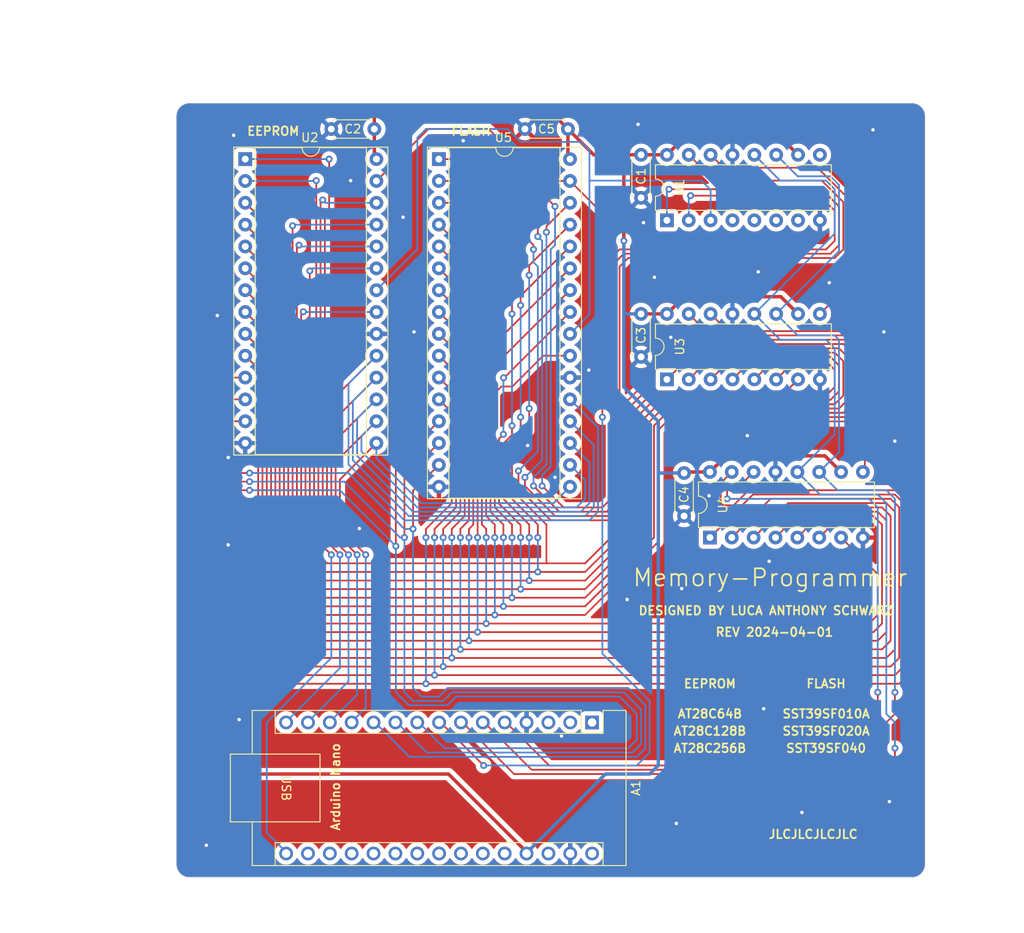
<source format=kicad_pcb>
(kicad_pcb (version 20240108) (generator "pcbnew") (generator_version "8.0")
  (layers (0 "F.Cu" signal) (31 "B.Cu" signal) (34 "B.Paste" user) (35 "F.Paste" user) (36 "B.SilkS" user "B.Silkscreen") (37 "F.SilkS" user "F.Silkscreen") (38 "B.Mask" user) (39 "F.Mask" user) (44 "Edge.Cuts" user))
  (net 0 "")
  (net 1 "GND")
  (net 2 "VCC")
  (net 3 "D7")
  (net 4 "D6")
  (net 5 "D5")
  (net 6 "D4")
  (net 7 "D3")
  (net 8 "D2")
  (net 9 "D1")
  (net 10 "D0")
  (net 11 "~{WE}")
  (net 12 "RCLK")
  (net 13 "SRCLK")
  (net 14 "SERIAL")
  (net 15 "/A16")
  (net 21 "/~{OE}")
  (net 22 "/A18")
  (net 24 "/A17")
  (net 25 "/A13")
  (net 26 "/A8")
  (net 27 "/A9")
  (net 28 "/A0")
  (net 29 "/A11")
  (net 30 "/A1")
  (net 31 "/A2")
  (net 32 "/A10")
  (net 33 "/A3")
  (net 34 "/A4")
  (net 35 "/A5")
  (net 36 "/A6")
  (net 37 "/A7")
  (net 38 "/A12")
  (net 39 "/A14")
  (net 40 "/A15")
  (net 52 "Net-(U1-SER)")
  (net 56 "Net-(U3-SER)")
  (footprint "Module:Arduino_Nano" (layer "F.Cu") (at 138.81 130.5 -90)
    (property "Reference" "A1")
    (property "Value" "Arduino_Nano_v3.x")
  )
  (footprint "Package_DIP:DIP-16_W7.62mm" (layer "F.Cu") (at 147.5 72.12 90)
    (property "Reference" "U1")
    (property "Value" "74HCT595")
  )
  (footprint "Package_DIP:DIP-28_W15.24mm_Socket" (layer "F.Cu") (at 98.5 65)
    (property "Reference" "U2")
    (property "Value" "28C256")
  )
  (footprint "Package_DIP:DIP-16_W7.62mm" (layer "F.Cu") (at 147.5 90.62 90)
    (property "Reference" "U3")
    (property "Value" "74HCT595")
  )
  (footprint "Package_DIP:DIP-16_W7.62mm" (layer "F.Cu") (at 152.5 109 90)
    (property "Reference" "U4")
    (property "Value" "74HCT595")
  )
  (footprint "Package_DIP:DIP-32_W15.24mm_Socket" (layer "F.Cu") (at 121 65)
    (property "Reference" "U5")
    (property "Value" "SST39SF040")
  )
  (footprint "Capacitor_THT:C_Disc_D4.3mm_W1.9mm_P5.00mm" (layer "F.Cu") (at 144.5 64.5 -90)
    (property "Reference" "C1")
    (property "Value" "0.1uF")
  )
  (footprint "Capacitor_THT:C_Disc_D4.3mm_W1.9mm_P5.00mm" (layer "F.Cu") (at 113.5 61.5 180)
    (property "Reference" "C2")
    (property "Value" "0.1uF")
  )
  (footprint "Capacitor_THT:C_Disc_D4.3mm_W1.9mm_P5.00mm" (layer "F.Cu") (at 144.5 83 -90)
    (property "Reference" "C3")
    (property "Value" "0.1uF")
  )
  (footprint "Capacitor_THT:C_Disc_D4.3mm_W1.9mm_P5.00mm" (layer "F.Cu") (at 149.5 101.5 -90)
    (property "Reference" "C4")
    (property "Value" "0.1uF")
  )
  (footprint "Capacitor_THT:C_Disc_D4.3mm_W1.9mm_P5.00mm" (layer "F.Cu") (at 136 61.5 180)
    (property "Reference" "C5")
    (property "Value" "0.1uF")
  )
  (gr_line (start 90.5 147) (end 90.5 60) (stroke (width 0.05)) (layer "Edge.Cuts"))
  (gr_line (start 92 58.5) (end 176 58.5) (stroke (width 0.05)) (layer "Edge.Cuts"))
  (gr_line (start 176 148.5) (end 172 148.5) (stroke (width 0.05)) (layer "Edge.Cuts"))
  (gr_line (start 177.5 147) (end 177.5 142.5) (stroke (width 0.05)) (layer "Edge.Cuts"))
  (gr_line (start 177.5 60) (end 177.5 142.5) (stroke (width 0.05)) (layer "Edge.Cuts"))
  (gr_arc (start 90.5 60) (mid 90.93934 58.93934) (end 92 58.5) (stroke (width 0.05)) (layer "Edge.Cuts"))
  (gr_line (start 92 148.5) (end 172 148.5) (stroke (width 0.05)) (layer "Edge.Cuts"))
  (gr_arc (start 176 58.5) (mid 177.06066 58.93934) (end 177.5 60) (stroke (width 0.05)) (layer "Edge.Cuts"))
  (gr_arc (start 92 148.5) (mid 90.93934 148.06066) (end 90.5 147) (stroke (width 0.05)) (layer "Edge.Cuts"))
  (gr_arc (start 177.5 147) (mid 177.06066 148.06066) (end 176 148.5) (stroke (width 0.05)) (layer "Edge.Cuts"))
  (gr_text "SST39SF010A" (at 166 129.5 0) (layer "F.SilkS") (effects (font (size 1 1) (thickness 0.2))))
  (gr_text "SST39SF040" (at 166 133.5 0) (layer "F.SilkS") (effects (font (size 1 1) (thickness 0.2))))
  (gr_text "SST39SF020A" (at 166 131.5 0) (layer "F.SilkS") (effects (font (size 1 1) (thickness 0.2))))
  (gr_text "FLASH" (at 166 126 0) (layer "F.SilkS") (effects (font (size 1 1) (thickness 0.2))))
  (gr_text "AT28C128B" (at 152.5 131.5 0) (layer "F.SilkS") (effects (font (size 1 1) (thickness 0.2))))
  (gr_text "EEPROM" (at 152.5 126 0) (layer "F.SilkS") (effects (font (size 1 1) (thickness 0.2))))
  (gr_text "AT28C64B" (at 152.5 129.5 0) (layer "F.SilkS") (effects (font (size 1 1) (thickness 0.2))))
  (gr_text "AT28C256B" (at 152.5 133.5 0) (layer "F.SilkS") (effects (font (size 1 1) (thickness 0.2))))
  (gr_text "JLCJLCJLCJLC" (at 164.5 143.5 0) (layer "F.SilkS") (effects (font (size 1 1) (thickness 0.2))))
  (gr_text "Memory-Programmer" (at 159.5 113.665 0) (layer "F.SilkS") (effects (font (size 2 2) (thickness 0.2))))
  (gr_text "REV 2024-04-01" (at 160 120 0) (layer "F.SilkS") (effects (font (size 1 1) (thickness 0.2))))
  (gr_text "Arduino Nano" (at 109 138 90) (layer "F.SilkS") (effects (font (size 1 1) (thickness 0.2))))
  (gr_text "EEPROM" (at 101.75 61.75 0) (layer "F.SilkS") (effects (font (size 1 1) (thickness 0.2))))
  (gr_text "FLASH" (at 124.75 61.75 0) (layer "F.SilkS") (effects (font (size 1 1) (thickness 0.2))))
  (gr_text "DESIGNED BY LUCA ANTHONY SCHWARZ" (at 159 117.5 0) (layer "F.SilkS") (effects (font (size 1 1) (thickness 0.2))))
  (via (at 144.78 72.39) (size 0.8) (drill 0.4) (layers "F.Cu" "B.Cu") (net 1))
  (via (at 159.385 111.76) (size 0.8) (drill 0.4) (layers "F.Cu" "B.Cu") (net 1))
  (via (at 147.955 85.725) (size 0.8) (drill 0.4) (layers "F.Cu" "B.Cu") (net 1))
  (via (at 148.59 142.24) (size 0.8) (drill 0.4) (layers "F.Cu" "B.Cu") (net 1))
  (via (at 152.4 104.14) (size 0.8) (drill 0.4) (layers "F.Cu" "B.Cu") (net 1))
  (via (at 158.75 128.905) (size 0.8) (drill 0.4) (layers "F.Cu" "B.Cu") (net 1))
  (via (at 171.45 61.595) (size 0.8) (drill 0.4) (layers "F.Cu" "B.Cu") (net 1))
  (via (at 96.52 109.855) (size 0.8) (drill 0.4) (layers "F.Cu" "B.Cu") (net 1))
  (via (at 134.5 102) (size 0.8) (drill 0.4) (layers "F.Cu" "B.Cu") (net 1))
  (via (at 138.43 89.535) (size 0.8) (drill 0.4) (layers "F.Cu" "B.Cu") (net 1))
  (via (at 131.318 98.298) (size 0.8) (drill 0.4) (layers "F.Cu" "B.Cu") (net 1))
  (via (at 144.145 60.96) (size 0.8) (drill 0.4) (layers "F.Cu" "B.Cu") (net 1))
  (via (at 116.84 71.755) (size 0.8) (drill 0.4) (layers "F.Cu" "B.Cu") (net 1))
  (via (at 93.98 144.78) (size 0.8) (drill 0.4) (layers "F.Cu" "B.Cu") (net 1))
  (via (at 95.25 83.185) (size 0.8) (drill 0.4) (layers "F.Cu" "B.Cu") (net 1))
  (via (at 166.37 79.375) (size 0.8) (drill 0.4) (layers "F.Cu" "B.Cu") (net 1))
  (via (at 158.115 78.105) (size 0.8) (drill 0.4) (layers "F.Cu" "B.Cu") (net 1))
  (via (at 142.875 116.205) (size 0.8) (drill 0.4) (layers "F.Cu" "B.Cu") (net 1))
  (via (at 173.99 97.79) (size 0.8) (drill 0.4) (layers "F.Cu" "B.Cu") (net 1))
  (via (at 135.255 132.08) (size 0.8) (drill 0.4) (layers "F.Cu" "B.Cu") (net 1))
  (via (at 163.195 140.97) (size 0.8) (drill 0.4) (layers "F.Cu" "B.Cu") (net 1))
  (via (at 118.11 85.09) (size 0.8) (drill 0.4) (layers "F.Cu" "B.Cu") (net 1))
  (via (at 110.75 67.5) (size 0.8) (drill 0.4) (layers "F.Cu" "B.Cu") (net 1))
  (via (at 146.05 78.74) (size 0.8) (drill 0.4) (layers "F.Cu" "B.Cu") (net 1))
  (via (at 173.355 139.7) (size 0.8) (drill 0.4) (layers "F.Cu" "B.Cu") (net 1))
  (via (at 96.52 99.695) (size 0.8) (drill 0.4) (layers "F.Cu" "B.Cu") (net 1))
  (via (at 97.79 130.175) (size 0.8) (drill 0.4) (layers "F.Cu" "B.Cu") (net 1))
  (via (at 123.825 62.865) (size 0.8) (drill 0.4) (layers "F.Cu" "B.Cu") (net 1))
  (via (at 149.225 114.935) (size 0.8) (drill 0.4) (layers "F.Cu" "B.Cu") (net 1))
  (via (at 156.845 97.155) (size 0.8) (drill 0.4) (layers "F.Cu" "B.Cu") (net 1))
  (via (at 97.155 62.23) (size 0.8) (drill 0.4) (layers "F.Cu" "B.Cu") (net 1))
  (via (at 172.72 85.09) (size 0.8) (drill 0.4) (layers "F.Cu" "B.Cu") (net 1))
  (via (at 111.76 107.95) (size 0.8) (drill 0.4) (layers "F.Cu" "B.Cu") (net 1))
  (segment (start 134.5 60) (end 136 61.5) (width 0.4) (layer "F.Cu") (net 2))
  (segment (start 115 60) (end 134.5 60) (width 0.4) (layer "F.Cu") (net 2))
  (segment (start 163 64.24) (end 162.74 64.5) (width 0.2) (layer "F.Cu") (net 2))
  (segment (start 147.5 64.5) (end 144.5 64.5) (width 0.4) (layer "F.Cu") (net 2))
  (segment (start 147.5 83) (end 149.5 81) (width 0.4) (layer "F.Cu") (net 2))
  (segment (start 136 61.5) (end 136 64.76) (width 0.4) (layer "F.Cu") (net 2))
  (segment (start 152.5 101.38) (end 154.38 99.5) (width 0.4) (layer "F.Cu") (net 2))
  (segment (start 149.5 62.5) (end 147.5 64.5) (width 0.4) (layer "F.Cu") (net 2))
  (segment (start 93 135) (end 93 61) (width 0.4) (layer "F.Cu") (net 2))
  (segment (start 93 61) (end 94 60) (width 0.4) (layer "F.Cu") (net 2))
  (segment (start 142.5 74.5) (end 142.5 64.5) (width 0.4) (layer "F.Cu") (net 2))
  (segment (start 94.5 136.5) (end 93 135) (width 0.4) (layer "F.Cu") (net 2))
  (segment (start 165.86 99.5) (end 167.74 101.38) (width 0.4) (layer "F.Cu") (net 2))
  (segment (start 147.5 83) (end 144.5 83) (width 0.4) (layer "F.Cu") (net 2))
  (segment (start 152.5 101.38) (end 149.62 101.38) (width 0.4) (layer "F.Cu") (net 2))
  (segment (start 136 61.5) (end 139 64.5) (width 0.4) (layer "F.Cu") (net 2))
  (segment (start 113.5 60) (end 115 60) (width 0.4) (layer "F.Cu") (net 2))
  (segment (start 142.5 64.5) (end 144.5 64.5) (width 0.4) (layer "F.Cu") (net 2))
  (segment (start 160.74 81) (end 162.74 83) (width 0.4) (layer "F.Cu") (net 2))
  (segment (start 149.62 101.38) (end 149.5 101.5) (width 0.4) (layer "F.Cu") (net 2))
  (segment (start 136 64.76) (end 136.24 65) (width 0.4) (layer "F.Cu") (net 2))
  (segment (start 113.5 64.76) (end 113.74 65) (width 0.4) (layer "F.Cu") (net 2))
  (segment (start 122.12 136.5) (end 94.5 136.5) (width 0.4) (layer "F.Cu") (net 2))
  (segment (start 154.38 99.5) (end 165.86 99.5) (width 0.4) (layer "F.Cu") (net 2))
  (segment (start 139 64.5) (end 142.5 64.5) (width 0.4) (layer "F.Cu") (net 2))
  (segment (start 160.74 62.5) (end 149.5 62.5) (width 0.4) (layer "F.Cu") (net 2))
  (segment (start 162.74 64.5) (end 160.74 62.5) (width 0.4) (layer "F.Cu") (net 2))
  (segment (start 94 60) (end 113 60) (width 0.4) (layer "F.Cu") (net 2))
  (segment (start 113 60) (end 113.5 60) (width 0.4) (layer "F.Cu") (net 2))
  (segment (start 113.5 61.5) (end 113.5 64.76) (width 0.4) (layer "F.Cu") (net 2))
  (segment (start 149.5 81) (end 160.74 81) (width 0.4) (layer "F.Cu") (net 2))
  (segment (start 113.5 61.5) (end 113.5 60) (width 0.4) (layer "F.Cu") (net 2))
  (segment (start 131.24 145.62) (end 122.12 136.5) (width 0.4) (layer "F.Cu") (net 2))
  (via (at 142.5 74.5) (size 0.8) (drill 0.4) (layers "F.Cu" "B.Cu") (net 2))
  (segment (start 142.5 74.5) (end 142.5 74.5) (width 0.4) (layer "B.Cu") (net 2))
  (segment (start 142.5 91.5) (end 142.5 83) (width 0.4) (layer "B.Cu") (net 2))
  (segment (start 142.5 83) (end 142.5 81) (width 0.4) (layer "B.Cu") (net 2))
  (segment (start 142.5 83) (end 144.5 83) (width 0.4) (layer "B.Cu") (net 2))
  (segment (start 146.5 101.5) (end 146.5 95.5) (width 0.4) (layer "B.Cu") (net 2))
  (segment (start 146.5 101.5) (end 149.5 101.5) (width 0.4) (layer "B.Cu") (net 2))
  (segment (start 146.5 125.5) (end 146.5 101.5) (width 0.4) (layer "B.Cu") (net 2))
  (segment (start 144.5 136.5) (end 145.5 136.5) (width 0.4) (layer "B.Cu") (net 2))
  (segment (start 145.5 136.5) (end 146.5 135.5) (width 0.4) (layer "B.Cu") (net 2))
  (segment (start 146.5 135.5) (end 146.5 125.5) (width 0.4) (layer "B.Cu") (net 2))
  (segment (start 146.5 95.5) (end 142.5 91.5) (width 0.4) (layer "B.Cu") (net 2))
  (segment (start 131.24 145.62) (end 140.36 136.5) (width 0.4) (layer "B.Cu") (net 2))
  (segment (start 140.36 136.5) (end 144.5 136.5) (width 0.4) (layer "B.Cu") (net 2))
  (segment (start 142.5 81) (end 142.5 74.5) (width 0.4) (layer "B.Cu") (net 2))
  (segment (start 108.5 111) (end 108.5 111) (width 0.2) (layer "F.Cu") (net 3))
  (segment (start 108.5 111) (end 107.5 110) (width 0.2) (layer "F.Cu") (net 3))
  (segment (start 107.5 110) (end 107.5 94.1) (width 0.2) (layer "F.Cu") (net 3))
  (segment (start 107.5 94.1) (end 113.74 87.86) (width 0.2) (layer "F.Cu") (net 3))
  (via (at 108.5 111) (size 0.8) (drill 0.4) (layers "F.Cu" "B.Cu") (net 3))
  (segment (start 117 107) (end 110.5 100.5) (width 0.2) (layer "B.Cu") (net 3))
  (segment (start 108.5 111) (end 108.5 123) (width 0.2) (layer "B.Cu") (net 3))
  (segment (start 108.5 123) (end 101 130.5) (width 0.2) (layer "B.Cu") (net 3))
  (segment (start 117 107) (end 138.5 107) (width 0.2) (layer "B.Cu") (net 3))
  (segment (start 110.5 91.1) (end 113.74 87.86) (width 0.2) (layer "B.Cu") (net 3))
  (segment (start 101 130.5) (end 101 143.32) (width 0.2) (layer "B.Cu") (net 3))
  (segment (start 101 143.32) (end 103.3 145.62) (width 0.2) (layer "B.Cu") (net 3))
  (segment (start 136.24 92.94) (end 139.5 96.2) (width 0.2) (layer "B.Cu") (net 3))
  (segment (start 110.5 100.5) (end 110.5 91.1) (width 0.2) (layer "B.Cu") (net 3))
  (segment (start 139.5 96.2) (end 139.5 106) (width 0.2) (layer "B.Cu") (net 3))
  (segment (start 139.5 106) (end 138.5 107) (width 0.2) (layer "B.Cu") (net 3))
  (segment (start 109.5 111) (end 109.5 111) (width 0.2) (layer "F.Cu") (net 4))
  (segment (start 108 109.5) (end 109.5 111) (width 0.2) (layer "F.Cu") (net 4))
  (segment (start 108 104) (end 108 109.5) (width 0.2) (layer "F.Cu") (net 4))
  (segment (start 113.74 90.4) (end 108 96.14) (width 0.2) (layer "F.Cu") (net 4))
  (segment (start 108 96.14) (end 108 104) (width 0.2) (layer "F.Cu") (net 4))
  (via (at 109.5 111) (size 0.8) (drill 0.4) (layers "F.Cu" "B.Cu") (net 4))
  (segment (start 138 106.5) (end 117.5 106.5) (width 0.2) (layer "B.Cu") (net 4))
  (segment (start 139 98.24) (end 136.24 95.48) (width 0.2) (layer "B.Cu") (net 4))
  (segment (start 113.74 90.4) (end 111 93.14) (width 0.2) (layer "B.Cu") (net 4))
  (segment (start 138 106.5) (end 139 105.5) (width 0.2) (layer "B.Cu") (net 4))
  (segment (start 111 100) (end 117.5 106.5) (width 0.2) (layer "B.Cu") (net 4))
  (segment (start 139 105.5) (end 139 98.24) (width 0.2) (layer "B.Cu") (net 4))
  (segment (start 111 93.14) (end 111 100) (width 0.2) (layer "B.Cu") (net 4))
  (segment (start 109.5 124.18) (end 103.3 130.38) (width 0.2) (layer "B.Cu") (net 4))
  (segment (start 109.5 111) (end 109.5 124.18) (width 0.2) (layer "B.Cu") (net 4))
  (segment (start 110.5 111) (end 110.5 111) (width 0.2) (layer "F.Cu") (net 5))
  (segment (start 108.5 109) (end 110.5 111) (width 0.2) (layer "F.Cu") (net 5))
  (segment (start 108.5 104) (end 108.5 109) (width 0.2) (layer "F.Cu") (net 5))
  (segment (start 113.74 92.94) (end 108.5 98.18) (width 0.2) (layer "F.Cu") (net 5))
  (segment (start 108.5 98.18) (end 108.5 104) (width 0.2) (layer "F.Cu") (net 5))
  (via (at 110.5 111) (size 0.8) (drill 0.4) (layers "F.Cu" "B.Cu") (net 5))
  (segment (start 137.5 106) (end 138.5 105) (width 0.2) (layer "B.Cu") (net 5))
  (segment (start 138.5 100.28) (end 136.24 98.02) (width 0.2) (layer "B.Cu") (net 5))
  (segment (start 110.5 125.72) (end 105.84 130.38) (width 0.2) (layer "B.Cu") (net 5))
  (segment (start 118 106) (end 137.5 106) (width 0.2) (layer "B.Cu") (net 5))
  (segment (start 111.5 99.5) (end 118 106) (width 0.2) (layer "B.Cu") (net 5))
  (segment (start 138.5 105) (end 138.5 100.28) (width 0.2) (layer "B.Cu") (net 5))
  (segment (start 110.5 111) (end 110.5 125.72) (width 0.2) (layer "B.Cu") (net 5))
  (segment (start 111.5 95.18) (end 111.5 99.5) (width 0.2) (layer "B.Cu") (net 5))
  (segment (start 113.74 92.94) (end 111.5 95.18) (width 0.2) (layer "B.Cu") (net 5))
  (segment (start 111.5 111) (end 111.5 111) (width 0.2) (layer "F.Cu") (net 6))
  (segment (start 113.74 95.48) (end 109 100.22) (width 0.2) (layer "F.Cu") (net 6))
  (segment (start 109 104) (end 109 108.5) (width 0.2) (layer "F.Cu") (net 6))
  (segment (start 109 100.22) (end 109 104) (width 0.2) (layer "F.Cu") (net 6))
  (segment (start 109 108.5) (end 111.5 111) (width 0.2) (layer "F.Cu") (net 6))
  (via (at 111.5 111) (size 0.8) (drill 0.4) (layers "F.Cu" "B.Cu") (net 6))
  (segment (start 137 105.5) (end 138 104.5) (width 0.2) (layer "B.Cu") (net 6))
  (segment (start 111.5 111) (end 111.5 127.26) (width 0.2) (layer "B.Cu") (net 6))
  (segment (start 118.5 105.5) (end 137 105.5) (width 0.2) (layer "B.Cu") (net 6))
  (segment (start 113.74 95.48) (end 112 97.22) (width 0.2) (layer "B.Cu") (net 6))
  (segment (start 112 97.22) (end 112 99) (width 0.2) (layer "B.Cu") (net 6))
  (segment (start 138 102.32) (end 136.24 100.56) (width 0.2) (layer "B.Cu") (net 6))
  (segment (start 138 104.5) (end 138 102.32) (width 0.2) (layer "B.Cu") (net 6))
  (segment (start 111.5 127.26) (end 108.38 130.38) (width 0.2) (layer "B.Cu") (net 6))
  (segment (start 112 99) (end 118.5 105.5) (width 0.2) (layer "B.Cu") (net 6))
  (segment (start 112.5 111) (end 112.5 111) (width 0.2) (layer "F.Cu") (net 7))
  (segment (start 109.5 102.26) (end 109.5 104) (width 0.2) (layer "F.Cu") (net 7))
  (segment (start 109.5 108) (end 112.5 111) (width 0.2) (layer "F.Cu") (net 7))
  (segment (start 109.5 104) (end 109.5 108) (width 0.2) (layer "F.Cu") (net 7))
  (segment (start 113.74 98.02) (end 109.5 102.26) (width 0.2) (layer "F.Cu") (net 7))
  (via (at 112.5 111) (size 0.8) (drill 0.4) (layers "F.Cu" "B.Cu") (net 7))
  (segment (start 120.748 105) (end 118.97 105) (width 0.2) (layer "B.Cu") (net 7))
  (segment (start 112.5 128.8) (end 110.92 130.38) (width 0.2) (layer "B.Cu") (net 7))
  (segment (start 118.97 105) (end 113.74 99.77) (width 0.2) (layer "B.Cu") (net 7))
  (segment (start 134.34 105) (end 136.24 103.1) (width 0.2) (layer "B.Cu") (net 7))
  (segment (start 113.74 99.77) (end 113.74 98.02) (width 0.2) (layer "B.Cu") (net 7))
  (segment (start 134.34 105) (end 120.748 105) (width 0.2) (layer "B.Cu") (net 7))
  (segment (start 112.5 111) (end 112.5 128.8) (width 0.2) (layer "B.Cu") (net 7))
  (segment (start 99 101.5) (end 99 101.5) (width 0.2) (layer "F.Cu") (net 8))
  (segment (start 95 96.5) (end 95 100.5) (width 0.2) (layer "F.Cu") (net 8))
  (segment (start 118 103.56) (end 121 100.56) (width 0.2) (layer "F.Cu") (net 8))
  (segment (start 98.5 95.48) (end 96.02 95.48) (width 0.2) (layer "F.Cu") (net 8))
  (segment (start 96 101.5) (end 99 101.5) (width 0.2) (layer "F.Cu") (net 8))
  (segment (start 96.02 95.48) (end 95 96.5) (width 0.2) (layer "F.Cu") (net 8))
  (segment (start 95 100.5) (end 96 101.5) (width 0.2) (layer "F.Cu") (net 8))
  (segment (start 118 108) (end 118 103.56) (width 0.2) (layer "F.Cu") (net 8))
  (via (at 99 101.5) (size 0.8) (drill 0.4) (layers "F.Cu" "B.Cu") (net 8))
  (via (at 118 108) (size 0.8) (drill 0.4) (layers "F.Cu" "B.Cu") (net 8))
  (segment (start 118 108) (end 118 108) (width 0.2) (layer "B.Cu") (net 8))
  (segment (start 110.5 101.5) (end 117 108) (width 0.2) (layer "B.Cu") (net 8))
  (segment (start 119 127.5) (end 121 127.5) (width 0.2) (layer "B.Cu") (net 8))
  (segment (start 118 108) (end 118 126.5) (width 0.2) (layer "B.Cu") (net 8))
  (segment (start 121 127.5) (end 122 126.5) (width 0.2) (layer "B.Cu") (net 8))
  (segment (start 99 101.5) (end 110.5 101.5) (width 0.2) (layer "B.Cu") (net 8))
  (segment (start 118 126.5) (end 119 127.5) (width 0.2) (layer "B.Cu") (net 8))
  (segment (start 143 126.5) (end 145 128.5) (width 0.2) (layer "B.Cu") (net 8))
  (segment (start 117 108) (end 118 108) (width 0.2) (layer "B.Cu") (net 8))
  (segment (start 145 133.5) (end 144 134.5) (width 0.2) (layer "B.Cu") (net 8))
  (segment (start 122 126.5) (end 143 126.5) (width 0.2) (layer "B.Cu") (net 8))
  (segment (start 144 134.5) (end 117.58 134.5) (width 0.2) (layer "B.Cu") (net 8))
  (segment (start 145 128.5) (end 145 133.5) (width 0.2) (layer "B.Cu") (net 8))
  (segment (start 117.58 134.5) (end 113.46 130.38) (width 0.2) (layer "B.Cu") (net 8))
  (segment (start 99 102.5) (end 99 102.5) (width 0.2) (layer "F.Cu") (net 9))
  (segment (start 117 102.02) (end 121 98.02) (width 0.2) (layer "F.Cu") (net 9))
  (segment (start 94.5 101.5) (end 95.5 102.5) (width 0.2) (layer "F.Cu") (net 9))
  (segment (start 95.56 92.94) (end 94.5 94) (width 0.2) (layer "F.Cu") (net 9))
  (segment (start 94.5 94) (end 94.5 101.5) (width 0.2) (layer "F.Cu") (net 9))
  (segment (start 98.5 92.94) (end 95.56 92.94) (width 0.2) (layer "F.Cu") (net 9))
  (segment (start 117 109) (end 117 102.02) (width 0.2) (layer "F.Cu") (net 9))
  (segment (start 95.5 102.5) (end 99 102.5) (width 0.2) (layer "F.Cu") (net 9))
  (via (at 99 102.5) (size 0.8) (drill 0.4) (layers "F.Cu" "B.Cu") (net 9))
  (via (at 117 109) (size 0.8) (drill 0.4) (layers "F.Cu" "B.Cu") (net 9))
  (segment (start 117 109) (end 117 109) (width 0.2) (layer "B.Cu") (net 9))
  (segment (start 144.5 129) (end 142.5 127) (width 0.2) (layer "B.Cu") (net 9))
  (segment (start 118 128) (end 117 127) (width 0.2) (layer "B.Cu") (net 9))
  (segment (start 121.5 128) (end 118 128) (width 0.2) (layer "B.Cu") (net 9))
  (segment (start 116 130.38) (end 119.62 134) (width 0.2) (layer "B.Cu") (net 9))
  (segment (start 143.5 134) (end 144.5 133) (width 0.2) (layer "B.Cu") (net 9))
  (segment (start 144.5 133) (end 144.5 129) (width 0.2) (layer "B.Cu") (net 9))
  (segment (start 110 102.5) (end 116.5 109) (width 0.2) (layer "B.Cu") (net 9))
  (segment (start 142.5 127) (end 122.5 127) (width 0.2) (layer "B.Cu") (net 9))
  (segment (start 117 127) (end 117 109) (width 0.2) (layer "B.Cu") (net 9))
  (segment (start 116.5 109) (end 117 109) (width 0.2) (layer "B.Cu") (net 9))
  (segment (start 119.62 134) (end 143.5 134) (width 0.2) (layer "B.Cu") (net 9))
  (segment (start 99 102.5) (end 110 102.5) (width 0.2) (layer "B.Cu") (net 9))
  (segment (start 122.5 127) (end 121.5 128) (width 0.2) (layer "B.Cu") (net 9))
  (segment (start 99 103.5) (end 99 103.5) (width 0.2) (layer "F.Cu") (net 10))
  (segment (start 94 102.5) (end 95 103.5) (width 0.2) (layer "F.Cu") (net 10))
  (segment (start 94 91.5) (end 94 102) (width 0.2) (layer "F.Cu") (net 10))
  (segment (start 95 103.5) (end 99 103.5) (width 0.2) (layer "F.Cu") (net 10))
  (segment (start 95.1 90.4) (end 94 91.5) (width 0.2) (layer "F.Cu") (net 10))
  (segment (start 116 110) (end 116 100.48) (width 0.2) (layer "F.Cu") (net 10))
  (segment (start 94 102) (end 94 102.5) (width 0.2) (layer "F.Cu") (net 10))
  (segment (start 116 100.48) (end 121 95.48) (width 0.2) (layer "F.Cu") (net 10))
  (segment (start 98.5 90.4) (end 95.1 90.4) (width 0.2) (layer "F.Cu") (net 10))
  (via (at 116 110) (size 0.8) (drill 0.4) (layers "F.Cu" "B.Cu") (net 10))
  (via (at 99 103.5) (size 0.8) (drill 0.4) (layers "F.Cu" "B.Cu") (net 10))
  (segment (start 116 110) (end 116 110) (width 0.2) (layer "B.Cu") (net 10))
  (segment (start 118.54 130.38) (end 121.66 133.5) (width 0.2) (layer "B.Cu") (net 10))
  (segment (start 117.5 128.5) (end 116 127) (width 0.2) (layer "B.Cu") (net 10))
  (segment (start 123 127.5) (end 122 128.5) (width 0.2) (layer "B.Cu") (net 10))
  (segment (start 142 127.5) (end 123 127.5) (width 0.2) (layer "B.Cu") (net 10))
  (segment (start 143 133.5) (end 144 132.5) (width 0.2) (layer "B.Cu") (net 10))
  (segment (start 121.66 133.5) (end 143 133.5) (width 0.2) (layer "B.Cu") (net 10))
  (segment (start 144 129.5) (end 142 127.5) (width 0.2) (layer "B.Cu") (net 10))
  (segment (start 116 127) (end 116 110) (width 0.2) (layer "B.Cu") (net 10))
  (segment (start 99 103.5) (end 108 103.5) (width 0.2) (layer "B.Cu") (net 10))
  (segment (start 108 103.5) (end 109.5 103.5) (width 0.2) (layer "B.Cu") (net 10))
  (segment (start 122 128.5) (end 117.5 128.5) (width 0.2) (layer "B.Cu") (net 10))
  (segment (start 109.5 103.5) (end 116 110) (width 0.2) (layer "B.Cu") (net 10))
  (segment (start 144 132.5) (end 144 129.5) (width 0.2) (layer "B.Cu") (net 10))
  (segment (start 140 95) (end 140 95) (width 0.2) (layer "F.Cu") (net 11))
  (segment (start 126.2 135.5) (end 126.2 135.5) (width 0.2) (layer "F.Cu") (net 11))
  (segment (start 132.818 67.54) (end 136.24 67.54) (width 0.2) (layer "F.Cu") (net 11))
  (segment (start 113.74 67.54) (end 119.78 61.5) (width 0.2) (layer "F.Cu") (net 11))
  (segment (start 140 71.3) (end 140 95) (width 0.2) (layer "F.Cu") (net 11))
  (segment (start 119.78 61.5) (end 126.778 61.5) (width 0.2) (layer "F.Cu") (net 11))
  (segment (start 136.24 67.54) (end 140 71.3) (width 0.2) (layer "F.Cu") (net 11))
  (segment (start 121.08 130.38) (end 126.2 135.5) (width 0.2) (layer "F.Cu") (net 11))
  (segment (start 126.778 61.5) (end 132.818 67.54) (width 0.2) (layer "F.Cu") (net 11))
  (via (at 140 95) (size 0.8) (drill 0.4) (layers "F.Cu" "B.Cu") (net 11))
  (via (at 126.2 135.5) (size 0.8) (drill 0.4) (layers "F.Cu" "B.Cu") (net 11))
  (segment (start 140 122.5) (end 145.5 128) (width 0.2) (layer "B.Cu") (net 11))
  (segment (start 145.5 133.5) (end 145.5 134) (width 0.2) (layer "B.Cu") (net 11))
  (segment (start 126.2 135.5) (end 128.5 135.5) (width 0.2) (layer "B.Cu") (net 11))
  (segment (start 140 95) (end 140 122.5) (width 0.2) (layer "B.Cu") (net 11))
  (segment (start 145.5 134) (end 144 135.5) (width 0.2) (layer "B.Cu") (net 11))
  (segment (start 144 135.5) (end 128.5 135.5) (width 0.2) (layer "B.Cu") (net 11))
  (segment (start 145.5 128) (end 145.5 133.5) (width 0.2) (layer "B.Cu") (net 11))
  (segment (start 174 133.5) (end 174 133.5) (width 0.2) (layer "F.Cu") (net 12))
  (segment (start 129.74 136.5) (end 172.5 136.5) (width 0.2) (layer "F.Cu") (net 12))
  (segment (start 173 136.5) (end 174 135.5) (width 0.2) (layer "F.Cu") (net 12))
  (segment (start 172.5 136.5) (end 173 136.5) (width 0.2) (layer "F.Cu") (net 12))
  (segment (start 123.62 130.38) (end 129.74 136.5) (width 0.2) (layer "F.Cu") (net 12))
  (segment (start 174 134) (end 174 133.5) (width 0.2) (layer "F.Cu") (net 12))
  (segment (start 174 135.5) (end 174 134) (width 0.2) (layer "F.Cu") (net 12))
  (via (at 174 133.5) (size 0.8) (drill 0.4) (layers "F.Cu" "B.Cu") (net 12))
  (segment (start 173 105) (end 172 104) (width 0.2) (layer "B.Cu") (net 12))
  (segment (start 166 86) (end 160.66 86) (width 0.2) (layer "B.Cu") (net 12))
  (segment (start 167 73.66) (end 157.66 83) (width 0.2) (layer "B.Cu") (net 12))
  (segment (start 160.66 67.5) (end 166 67.5) (width 0.2) (layer "B.Cu") (net 12))
  (segment (start 167 68.5) (end 167 73.66) (width 0.2) (layer "B.Cu") (net 12))
  (segment (start 157.66 64.5) (end 160.66 67.5) (width 0.2) (layer "B.Cu") (net 12))
  (segment (start 167 97.04) (end 167 87) (width 0.2) (layer "B.Cu") (net 12))
  (segment (start 165.28 104) (end 162.66 101.38) (width 0.2) (layer "B.Cu") (net 12))
  (segment (start 174 133.5) (end 174 130.5) (width 0.2) (layer "B.Cu") (net 12))
  (segment (start 174 130.5) (end 173 129.5) (width 0.2) (layer "B.Cu") (net 12))
  (segment (start 166 67.5) (end 167 68.5) (width 0.2) (layer "B.Cu") (net 12))
  (segment (start 173 129.5) (end 173 105) (width 0.2) (layer "B.Cu") (net 12))
  (segment (start 162.66 101.38) (end 167 97.04) (width 0.2) (layer "B.Cu") (net 12))
  (segment (start 172 104) (end 165.28 104) (width 0.2) (layer "B.Cu") (net 12))
  (segment (start 160.66 86) (end 157.66 83) (width 0.2) (layer "B.Cu") (net 12))
  (segment (start 167 87) (end 166 86) (width 0.2) (layer "B.Cu") (net 12))
  (segment (start 174 127) (end 174 127) (width 0.2) (layer "F.Cu") (net 13))
  (segment (start 126.16 130.38) (end 131.78 136) (width 0.2) (layer "F.Cu") (net 13))
  (segment (start 173 130.5) (end 174 129.5) (width 0.2) (layer "F.Cu") (net 13))
  (segment (start 173 135) (end 173 133.5) (width 0.2) (layer "F.Cu") (net 13))
  (segment (start 174 129.5) (end 174 127) (width 0.2) (layer "F.Cu") (net 13))
  (segment (start 131.78 136) (end 171.5 136) (width 0.2) (layer "F.Cu") (net 13))
  (segment (start 171.5 136) (end 172 136) (width 0.2) (layer "F.Cu") (net 13))
  (segment (start 173 133.5) (end 173 130.5) (width 0.2) (layer "F.Cu") (net 13))
  (segment (start 172 136) (end 173 135) (width 0.2) (layer "F.Cu") (net 13))
  (via (at 174 127) (size 0.8) (drill 0.4) (layers "F.Cu" "B.Cu") (net 13))
  (segment (start 165.2 101.38) (end 167.5 99.08) (width 0.2) (layer "B.Cu") (net 13))
  (segment (start 166.5 67) (end 167.5 68) (width 0.2) (layer "B.Cu") (net 13))
  (segment (start 167.5 86) (end 167 85.5) (width 0.2) (layer "B.Cu") (net 13))
  (segment (start 162.7 67) (end 166.5 67) (width 0.2) (layer "B.Cu") (net 13))
  (segment (start 160.2 64.5) (end 162.7 67) (width 0.2) (layer "B.Cu") (net 13))
  (segment (start 167.32 103.5) (end 165.2 101.38) (width 0.2) (layer "B.Cu") (net 13))
  (segment (start 167 85.5) (end 162.7 85.5) (width 0.2) (layer "B.Cu") (net 13))
  (segment (start 162.7 85.5) (end 160.2 83) (width 0.2) (layer "B.Cu") (net 13))
  (segment (start 174 104.5) (end 173 103.5) (width 0.2) (layer "B.Cu") (net 13))
  (segment (start 173 103.5) (end 167.32 103.5) (width 0.2) (layer "B.Cu") (net 13))
  (segment (start 167.5 99.08) (end 167.5 86) (width 0.2) (layer "B.Cu") (net 13))
  (segment (start 167.5 68) (end 167.5 75.7) (width 0.2) (layer "B.Cu") (net 13))
  (segment (start 174 127) (end 174 104.5) (width 0.2) (layer "B.Cu") (net 13))
  (segment (start 167.5 75.7) (end 160.2 83) (width 0.2) (layer "B.Cu") (net 13))
  (segment (start 172 127) (end 172 127) (width 0.2) (layer "F.Cu") (net 14))
  (segment (start 154.5 103.5) (end 155 103) (width 0.2) (layer "F.Cu") (net 14))
  (segment (start 145.5 135.5) (end 171 135.5) (width 0.2) (layer "F.Cu") (net 14))
  (segment (start 172 134.5) (end 172 133.5) (width 0.2) (layer "F.Cu") (net 14))
  (segment (start 155 103) (end 155.96 103) (width 0.2) (layer "F.Cu") (net 14))
  (segment (start 171 135.5) (end 172 134.5) (width 0.2) (layer "F.Cu") (net 14))
  (segment (start 133.82 135.5) (end 145.5 135.5) (width 0.2) (layer "F.Cu") (net 14))
  (segment (start 172 133.5) (end 172 127) (width 0.2) (layer "F.Cu") (net 14))
  (segment (start 128.7 130.38) (end 133.82 135.5) (width 0.2) (layer "F.Cu") (net 14))
  (segment (start 154.5 104.5) (end 154.5 103.5) (width 0.2) (layer "F.Cu") (net 14))
  (segment (start 155.96 103) (end 157.58 101.38) (width 0.2) (layer "F.Cu") (net 14))
  (via (at 154.5 104.5) (size 0.8) (drill 0.4) (layers "F.Cu" "B.Cu") (net 14))
  (via (at 172 127) (size 0.8) (drill 0.4) (layers "F.Cu" "B.Cu") (net 14))
  (segment (start 157 104.5) (end 156.25 104.5) (width 0.2) (layer "B.Cu") (net 14))
  (segment (start 172 127) (end 172 105.5) (width 0.2) (layer "B.Cu") (net 14))
  (segment (start 156 104.5) (end 154.5 104.5) (width 0.2) (layer "B.Cu") (net 14))
  (segment (start 156.25 104.5) (end 156 104.5) (width 0.2) (layer "B.Cu") (net 14))
  (segment (start 172 105.5) (end 171 104.5) (width 0.2) (layer "B.Cu") (net 14))
  (segment (start 171 104.5) (end 157 104.5) (width 0.2) (layer "B.Cu") (net 14))
  (segment (start 132.5 74) (end 132.5 74) (width 0.2) (layer "F.Cu") (net 15))
  (segment (start 167 76.5) (end 168 75.5) (width 0.2) (layer "F.Cu") (net 15))
  (segment (start 143 76.5) (end 167 76.5) (width 0.2) (layer "F.Cu") (net 15))
  (segment (start 121 67.54) (end 127.04 67.54) (width 0.2) (layer "F.Cu") (net 15))
  (segment (start 165.5 67.5) (end 153.04 67.5) (width 0.2) (layer "F.Cu") (net 15))
  (segment (start 132.5 73) (end 132.5 74) (width 0.2) (layer "F.Cu") (net 15))
  (segment (start 132.5 104.5) (end 134.5 106.5) (width 0.2) (layer "F.Cu") (net 15))
  (segment (start 168 75.5) (end 168 70) (width 0.2) (layer "F.Cu") (net 15))
  (segment (start 131 103) (end 131 102) (width 0.2) (layer "F.Cu") (net 15))
  (segment (start 134.5 106.5) (end 141 106.5) (width 0.2) (layer "F.Cu") (net 15))
  (segment (start 142 77.5) (end 143 76.5) (width 0.2) (layer "F.Cu") (net 15))
  (segment (start 127.04 67.54) (end 132.5 73) (width 0.2) (layer "F.Cu") (net 15))
  (segment (start 142 105.5) (end 142 77.5) (width 0.2) (layer "F.Cu") (net 15))
  (segment (start 132.5 104.5) (end 131 103) (width 0.2) (layer "F.Cu") (net 15))
  (segment (start 153.04 67.5) (end 150.04 64.5) (width 0.2) (layer "F.Cu") (net 15))
  (segment (start 141 106.5) (end 142 105.5) (width 0.2) (layer "F.Cu") (net 15))
  (segment (start 168 70) (end 165.5 67.5) (width 0.2) (layer "F.Cu") (net 15))
  (via (at 131 102) (size 0.8) (drill 0.4) (layers "F.Cu" "B.Cu") (net 15))
  (via (at 132.5 74) (size 0.8) (drill 0.4) (layers "F.Cu" "B.Cu") (net 15))
  (segment (start 132.5 74) (end 133 74.5) (width 0.2) (layer "B.Cu") (net 15))
  (segment (start 133 74.5) (end 133 100) (width 0.2) (layer "B.Cu") (net 15))
  (segment (start 131 102) (end 133 100) (width 0.2) (layer "B.Cu") (net 15))
  (segment (start 118.5 62.5) (end 119.5 61.5) (width 0.2) (layer "B.Cu") (net 21))
  (segment (start 138.5 67.5) (end 138.5 83.06) (width 0.2) (layer "B.Cu") (net 21))
  (segment (start 138.5 64) (end 138.5 67.5) (width 0.2) (layer "B.Cu") (net 21))
  (segment (start 129 61.5) (end 130.5 63) (width 0.2) (layer "B.Cu") (net 21))
  (segment (start 138.5 83.06) (end 136.24 85.32) (width 0.2) (layer "B.Cu") (net 21))
  (segment (start 130.5 63) (end 137.5 63) (width 0.2) (layer "B.Cu") (net 21))
  (segment (start 138.5 67.5) (end 151.5 67.5) (width 0.2) (layer "B.Cu") (net 21))
  (segment (start 152.58 68.58) (end 152.58 72.12) (width 0.2) (layer "B.Cu") (net 21))
  (segment (start 118.5 75.48) (end 118.5 62.5) (width 0.2) (layer "B.Cu") (net 21))
  (segment (start 151.5 67.5) (end 152.58 68.58) (width 0.2) (layer "B.Cu") (net 21))
  (segment (start 119.5 61.5) (end 129 61.5) (width 0.2) (layer "B.Cu") (net 21))
  (segment (start 137.5 63) (end 138.5 64) (width 0.2) (layer "B.Cu") (net 21))
  (segment (start 113.74 80.24) (end 118.5 75.48) (width 0.2) (layer "B.Cu") (net 21))
  (segment (start 134.5 70.5) (end 134.5 70.5) (width 0.2) (layer "F.Cu") (net 22))
  (segment (start 134.5 104.5) (end 133 103) (width 0.2) (layer "F.Cu") (net 22))
  (segment (start 140 105.5) (end 141 104.5) (width 0.2) (layer "F.Cu") (net 22))
  (segment (start 134.5 104.5) (end 135.5 105.5) (width 0.2) (layer "F.Cu") (net 22))
  (segment (start 135.5 105.5) (end 140 105.5) (width 0.2) (layer "F.Cu") (net 22))
  (segment (start 141 104.5) (end 141 76.5) (width 0.2) (layer "F.Cu") (net 22))
  (segment (start 129 65) (end 134.5 70.5) (width 0.2) (layer "F.Cu") (net 22))
  (segment (start 141 76.5) (end 142 75.5) (width 0.2) (layer "F.Cu") (net 22))
  (segment (start 121 65) (end 129 65) (width 0.2) (layer "F.Cu") (net 22))
  (segment (start 165.25 69.25) (end 150.25 69.25) (width 0.2) (layer "F.Cu") (net 22))
  (segment (start 167 74.5) (end 167 71) (width 0.2) (layer "F.Cu") (net 22))
  (segment (start 142 75.5) (end 166 75.5) (width 0.2) (layer "F.Cu") (net 22))
  (segment (start 167 71) (end 165.25 69.25) (width 0.2) (layer "F.Cu") (net 22))
  (segment (start 166 75.5) (end 167 74.5) (width 0.2) (layer "F.Cu") (net 22))
  (via (at 150.25 69.25) (size 0.8) (drill 0.4) (layers "F.Cu" "B.Cu") (net 22))
  (via (at 134.5 70.5) (size 0.8) (drill 0.4) (layers "F.Cu" "B.Cu") (net 22))
  (via (at 133 103) (size 0.8) (drill 0.4) (layers "F.Cu" "B.Cu") (net 22))
  (segment (start 134 100.75) (end 134 75.5) (width 0.2) (layer "B.Cu") (net 22))
  (segment (start 150.04 69.46) (end 150.04 72.12) (width 0.2) (layer "B.Cu") (net 22))
  (segment (start 150.25 69.25) (end 150.04 69.46) (width 0.2) (layer "B.Cu") (net 22))
  (segment (start 134.5 75) (end 134.5 70.5) (width 0.2) (layer "B.Cu") (net 22))
  (segment (start 134 75.5) (end 134.5 75) (width 0.2) (layer "B.Cu") (net 22))
  (segment (start 133 103) (end 133 101.75) (width 0.2) (layer "B.Cu") (net 22))
  (segment (start 133 101.75) (end 134 100.75) (width 0.2) (layer "B.Cu") (net 22))
  (segment (start 133.5 73.5) (end 133.5 73.5) (width 0.2) (layer "F.Cu") (net 24))
  (segment (start 166.5 76) (end 142.5 76) (width 0.2) (layer "F.Cu") (net 24))
  (segment (start 167.5 75) (end 166.5 76) (width 0.2) (layer "F.Cu") (net 24))
  (segment (start 147.75 68.5) (end 165.5 68.5) (width 0.2) (layer "F.Cu") (net 24))
  (segment (start 141.5 105) (end 140.5 106) (width 0.2) (layer "F.Cu") (net 24))
  (segment (start 140.5 106) (end 135 106) (width 0.2) (layer "F.Cu") (net 24))
  (segment (start 167.5 70.5) (end 167.5 75) (width 0.2) (layer "F.Cu") (net 24))
  (segment (start 133.5 104.5) (end 132 103) (width 0.2) (layer "F.Cu") (net 24))
  (segment (start 135 106) (end 133.5 104.5) (width 0.2) (layer "F.Cu") (net 24))
  (segment (start 165.5 68.5) (end 167.5 70.5) (width 0.2) (layer "F.Cu") (net 24))
  (segment (start 136.24 70.08) (end 133.5 72.82) (width 0.2) (layer "F.Cu") (net 24))
  (segment (start 133.5 72.82) (end 133.5 73.5) (width 0.2) (layer "F.Cu") (net 24))
  (segment (start 142.5 76) (end 141.5 77) (width 0.2) (layer "F.Cu") (net 24))
  (segment (start 141.5 77) (end 141.5 105) (width 0.2) (layer "F.Cu") (net 24))
  (via (at 132 103) (size 0.8) (drill 0.4) (layers "F.Cu" "B.Cu") (net 24))
  (via (at 147.75 68.5) (size 0.8) (drill 0.4) (layers "F.Cu" "B.Cu") (net 24))
  (via (at 133.5 73.5) (size 0.8) (drill 0.4) (layers "F.Cu" "B.Cu") (net 24))
  (segment (start 133.5 100.065686) (end 133.5 100.5) (width 0.2) (layer "B.Cu") (net 24))
  (segment (start 133.5 100.5) (end 132 102) (width 0.2) (layer "B.Cu") (net 24))
  (segment (start 147.75 68.5) (end 147.5 68.75) (width 0.2) (layer "B.Cu") (net 24))
  (segment (start 147.5 68.75) (end 147.5 72.12) (width 0.2) (layer "B.Cu") (net 24))
  (segment (start 133.5 73.5) (end 133.5 100.065686) (width 0.2) (layer "B.Cu") (net 24))
  (segment (start 132 102) (end 132 103) (width 0.2) (layer "B.Cu") (net 24))
  (segment (start 130.5 82) (end 130.5 82) (width 0.2) (layer "F.Cu") (net 25))
  (segment (start 132.5 109) (end 132.5 109) (width 0.2) (layer "F.Cu") (net 25))
  (segment (start 132.5 113) (end 132.5 113) (width 0.2) (layer "F.Cu") (net 25))
  (segment (start 132.5 107.5) (end 129 104) (width 0.2) (layer "F.Cu") (net 25))
  (segment (start 106.5 112) (end 107.5 113) (width 0.2) (layer "F.Cu") (net 25))
  (segment (start 145 93) (end 166.5 93) (width 0.2) (layer "F.Cu") (net 25))
  (segment (start 106.5 111.065698) (end 106.5 111.5) (width 0.2) (layer "F.Cu") (net 25))
  (segment (start 144 94) (end 145 93) (width 0.2) (layer "F.Cu") (net 25))
  (segment (start 167.5 89) (end 166.5 88) (width 0.2) (layer "F.Cu") (net 25))
  (segment (start 106.5 94.5) (end 106.5 84.75) (width 0.2) (layer "F.Cu") (net 25))
  (segment (start 107.25 70.25) (end 107.25 70) (width 0.2) (layer "F.Cu") (net 25))
  (segment (start 167.5 92) (end 167.5 89) (width 0.2) (layer "F.Cu") (net 25))
  (segment (start 160.28 88) (end 157.66 90.62) (width 0.2) (layer "F.Cu") (net 25))
  (segment (start 106.5 99) (end 106.5 99.065699) (width 0.2) (layer "F.Cu") (net 25))
  (segment (start 106.5 84.75) (end 107.25 84) (width 0.2) (layer "F.Cu") (net 25))
  (segment (start 106.5 99.065699) (end 106.5 111.065698) (width 0.2) (layer "F.Cu") (net 25))
  (segment (start 166.5 93) (end 167.5 92) (width 0.2) (layer "F.Cu") (net 25))
  (segment (start 136.24 75.16) (end 130.5 80.9) (width 0.2) (layer "F.Cu") (net 25))
  (segment (start 106.5 111.5) (end 106.5 112) (width 0.2) (layer "F.Cu") (net 25))
  (segment (start 129 104) (end 129 98.33) (width 0.2) (layer "F.Cu") (net 25))
  (segment (start 132.5 109) (end 132.5 107.5) (width 0.2) (layer "F.Cu") (net 25))
  (segment (start 130.5 80.9) (end 130.5 82) (width 0.2) (layer "F.Cu") (net 25))
  (segment (start 107.25 84) (end 107.25 70.25) (width 0.2) (layer "F.Cu") (net 25))
  (segment (start 106.5 94.5) (end 106.5 99) (width 0.2) (layer "F.Cu") (net 25))
  (segment (start 138 113) (end 144 107) (width 0.2) (layer "F.Cu") (net 25))
  (segment (start 129 98.33) (end 130.5 96.83) (width 0.2) (layer "F.Cu") (net 25))
  (segment (start 144 107) (end 144 94) (width 0.2) (layer "F.Cu") (net 25))
  (segment (start 107.25 70) (end 107.5 69.75) (width 0.2) (layer "F.Cu") (net 25))
  (segment (start 132.5 113) (end 138 113) (width 0.2) (layer "F.Cu") (net 25))
  (segment (start 130.5 96.83) (end 130.5 95) (width 0.2) (layer "F.Cu") (net 25))
  (segment (start 132.5 113) (end 107.5 113) (width 0.2) (layer "F.Cu") (net 25))
  (segment (start 166.5 88) (end 160.28 88) (width 0.2) (layer "F.Cu") (net 25))
  (via (at 132.5 113) (size 0.8) (drill 0.4) (layers "F.Cu" "B.Cu") (net 25))
  (via (at 107.5 69.75) (size 0.8) (drill 0.4) (layers "F.Cu" "B.Cu") (net 25))
  (via (at 132.5 109) (size 0.8) (drill 0.4) (layers "F.Cu" "B.Cu") (net 25))
  (via (at 130.5 95) (size 0.8) (drill 0.4) (layers "F.Cu" "B.Cu") (net 25))
  (via (at 130.5 82) (size 0.8) (drill 0.4) (layers "F.Cu" "B.Cu") (net 25))
  (segment (start 130.5 95) (end 130.5 95) (width 0.2) (layer "B.Cu") (net 25))
  (segment (start 107.83 70.08) (end 113.74 70.08) (width 0.2) (layer "B.Cu") (net 25))
  (segment (start 130.5 82) (end 130.5 95) (width 0.2) (layer "B.Cu") (net 25))
  (segment (start 107.5 69.75) (end 107.83 70.08) (width 0.2) (layer "B.Cu") (net 25))
  (segment (start 132.5 109) (end 132.5 113) (width 0.2) (layer "B.Cu") (net 25))
  (segment (start 127.5 109) (end 127.5 109) (width 0.2) (layer "F.Cu") (net 26))
  (segment (start 146.5 96.5) (end 147.5 95.5) (width 0.2) (layer "F.Cu") (net 26))
  (segment (start 126.5 87.44) (end 126.5 90) (width 0.2) (layer "F.Cu") (net 26))
  (segment (start 105 118) (end 127.5 118) (width 0.2) (layer "F.Cu") (net 26))
  (segment (start 136.24 77.7) (end 126.5 87.44) (width 0.2) (layer "F.Cu") (net 26))
  (segment (start 126.5 106.5) (end 127.5 107.5) (width 0.2) (layer "F.Cu") (net 26))
  (segment (start 104 82.36) (end 104 72.75) (width 0.2) (layer "F.Cu") (net 26))
  (segment (start 126.5 104) (end 126.5 105) (width 0.2) (layer "F.Cu") (net 26))
  (segment (start 126.5 105) (end 126.5 106.5) (width 0.2) (layer "F.Cu") (net 26))
  (segment (start 147.5 95.5) (end 169 95.5) (width 0.2) (layer "F.Cu") (net 26))
  (segment (start 104 82.36) (end 104 117) (width 0.2) (layer "F.Cu") (net 26))
  (segment (start 127.5 107.5) (end 127.5 109) (width 0.2) (layer "F.Cu") (net 26))
  (segment (start 170 94.5) (end 170 86.5) (width 0.2) (layer "F.Cu") (net 26))
  (segment (start 152.54 85.5) (end 150.04 83) (width 0.2) (layer "F.Cu") (net 26))
  (segment (start 126.5 90) (end 126.5 104) (width 0.2) (layer "F.Cu") (net 26))
  (segment (start 169 95.5) (end 170 94.5) (width 0.2) (layer "F.Cu") (net 26))
  (segment (start 138 118) (end 146.5 109.5) (width 0.2) (layer "F.Cu") (net 26))
  (segment (start 170 86.5) (end 169 85.5) (width 0.2) (layer "F.Cu") (net 26))
  (segment (start 169 85.5) (end 152.54 85.5) (width 0.2) (layer "F.Cu") (net 26))
  (segment (start 127.5 118) (end 138 118) (width 0.2) (layer "F.Cu") (net 26))
  (segment (start 104 117) (end 105 118) (width 0.2) (layer "F.Cu") (net 26))
  (segment (start 146.5 109.5) (end 146.5 96.5) (width 0.2) (layer "F.Cu") (net 26))
  (via (at 127.5 118) (size 0.8) (drill 0.4) (layers "F.Cu" "B.Cu") (net 26))
  (via (at 104 72.75) (size 0.8) (drill 0.4) (layers "F.Cu" "B.Cu") (net 26))
  (via (at 127.5 109) (size 0.8) (drill 0.4) (layers "F.Cu" "B.Cu") (net 26))
  (segment (start 104.13 72.62) (end 113.74 72.62) (width 0.2) (layer "B.Cu") (net 26))
  (segment (start 127.5 118) (end 127.5 109) (width 0.2) (layer "B.Cu") (net 26))
  (segment (start 104 72.75) (end 104.13 72.62) (width 0.2) (layer "B.Cu") (net 26))
  (segment (start 128.5 109) (end 128.5 109) (width 0.2) (layer "F.Cu") (net 27))
  (segment (start 146 109) (end 146 96) (width 0.2) (layer "F.Cu") (net 27))
  (segment (start 169.5 87) (end 168.5 86) (width 0.2) (layer "F.Cu") (net 27))
  (segment (start 128.5 107.5) (end 128.5 109) (width 0.2) (layer "F.Cu") (net 27))
  (segment (start 152.12 86) (end 147.5 90.62) (width 0.2) (layer "F.Cu") (net 27))
  (segment (start 147 95) (end 168.5 95) (width 0.2) (layer "F.Cu") (net 27))
  (segment (start 128.5 117) (end 105.5 117) (width 0.2) (layer "F.Cu") (net 27))
  (segment (start 127 104) (end 127 105) (width 0.2) (layer "F.Cu") (net 27))
  (segment (start 168.5 86) (end 152.12 86) (width 0.2) (layer "F.Cu") (net 27))
  (segment (start 104.5 116) (end 104.5 84.4) (width 0.2) (layer "F.Cu") (net 27))
  (segment (start 168.5 95) (end 169.5 94) (width 0.2) (layer "F.Cu") (net 27))
  (segment (start 127 106) (end 128.5 107.5) (width 0.2) (layer "F.Cu") (net 27))
  (segment (start 128.5 117) (end 138 117) (width 0.2) (layer "F.Cu") (net 27))
  (segment (start 169.5 94) (end 169.5 87) (width 0.2) (layer "F.Cu") (net 27))
  (segment (start 104.5 75.25) (end 104.75 75) (width 0.2) (layer "F.Cu") (net 27))
  (segment (start 127 105) (end 127 105.5) (width 0.2) (layer "F.Cu") (net 27))
  (segment (start 127 105.5) (end 127 106) (width 0.2) (layer "F.Cu") (net 27))
  (segment (start 146 96) (end 147 95) (width 0.2) (layer "F.Cu") (net 27))
  (segment (start 104.5 84.4) (end 104.5 75.25) (width 0.2) (layer "F.Cu") (net 27))
  (segment (start 138 117) (end 146 109) (width 0.2) (layer "F.Cu") (net 27))
  (segment (start 127 89.48) (end 127 104) (width 0.2) (layer "F.Cu") (net 27))
  (segment (start 105.5 117) (end 104.5 116) (width 0.2) (layer "F.Cu") (net 27))
  (segment (start 136.24 80.24) (end 127 89.48) (width 0.2) (layer "F.Cu") (net 27))
  (via (at 128.5 117) (size 0.8) (drill 0.4) (layers "F.Cu" "B.Cu") (net 27))
  (via (at 104.75 75) (size 0.8) (drill 0.4) (layers "F.Cu" "B.Cu") (net 27))
  (via (at 128.5 109) (size 0.8) (drill 0.4) (layers "F.Cu" "B.Cu") (net 27))
  (segment (start 128.5 109) (end 128.5 117) (width 0.2) (layer "B.Cu") (net 27))
  (segment (start 104.75 75) (end 104.91 75.16) (width 0.2) (layer "B.Cu") (net 27))
  (segment (start 104.91 75.16) (end 113.74 75.16) (width 0.2) (layer "B.Cu") (net 27))
  (segment (start 119.5 109) (end 119.5 109) (width 0.2) (layer "F.Cu") (net 28))
  (segment (start 157 103.5) (end 155.25 105.25) (width 0.2) (layer "F.Cu") (net 28))
  (segment (start 157.25 103.5) (end 157 103.5) (width 0.2) (layer "F.Cu") (net 28))
  (segment (start 154 105.25) (end 153.75 105) (width 0.2) (layer "F.Cu") (net 28))
  (segment (start 153.75 105) (end 153.75 102.67) (width 0.2) (layer "F.Cu") (net 28))
  (segment (start 119.5 126) (end 101 126) (width 0.2) (layer "F.Cu") (net 28))
  (segment (start 174.5 103.5) (end 157.25 103.5) (width 0.2) (layer "F.Cu") (net 28))
  (segment (start 98.5 87.86) (end 100 89.36) (width 0.2) (layer "F.Cu") (net 28))
  (segment (start 119.5 126) (end 174.5 126) (width 0.2) (layer "F.Cu") (net 28))
  (segment (start 122.5 105) (end 119.5 108) (width 0.2) (layer "F.Cu") (net 28))
  (segment (start 100 89.36) (end 100 99) (width 0.2) (layer "F.Cu") (net 28))
  (segment (start 175.5 104.5) (end 174.5 103.5) (width 0.2) (layer "F.Cu") (net 28))
  (segment (start 100 99) (end 100 125) (width 0.2) (layer "F.Cu") (net 28))
  (segment (start 175.5 125) (end 175.5 104.5) (width 0.2) (layer "F.Cu") (net 28))
  (segment (start 157.25 103.5) (end 157.16 103.5) (width 0.2) (layer "F.Cu") (net 28))
  (segment (start 121 92.94) (end 122.5 94.44) (width 0.2) (layer "F.Cu") (net 28))
  (segment (start 122.5 94.44) (end 122.5 104) (width 0.2) (layer "F.Cu") (net 28))
  (segment (start 155.25 105.25) (end 154 105.25) (width 0.2) (layer "F.Cu") (net 28))
  (segment (start 122.5 104) (end 122.5 105) (width 0.2) (layer "F.Cu") (net 28))
  (segment (start 174.5 126) (end 175.5 125) (width 0.2) (layer "F.Cu") (net 28))
  (segment (start 119.5 108) (end 119.5 109) (width 0.2) (layer "F.Cu") (net 28))
  (segment (start 153.75 102.67) (end 155.04 101.38) (width 0.2) (layer "F.Cu") (net 28))
  (segment (start 100 125) (end 101 126) (width 0.2) (layer "F.Cu") (net 28))
  (via (at 119.5 126) (size 0.8) (drill 0.4) (layers "F.Cu" "B.Cu") (net 28))
  (via (at 119.5 109) (size 0.8) (drill 0.4) (layers "F.Cu" "B.Cu") (net 28))
  (segment (start 119.5 126) (end 119.5 109) (width 0.2) (layer "B.Cu") (net 28))
  (segment (start 130.5 109) (end 130.5 109) (width 0.2) (layer "F.Cu") (net 29))
  (segment (start 130.5 115) (end 130.5 115) (width 0.2) (layer "F.Cu") (net 29))
  (segment (start 145 108) (end 145 95) (width 0.2) (layer "F.Cu") (net 29))
  (segment (start 105.5 93.5) (end 105.5 93.25) (width 0.2) (layer "F.Cu") (net 29))
  (segment (start 138 115) (end 145 108) (width 0.2) (layer "F.Cu") (net 29))
  (segment (start 167.5 94) (end 168.5 93) (width 0.2) (layer "F.Cu") (net 29))
  (segment (start 146 94) (end 167.5 94) (width 0.2) (layer "F.Cu") (net 29))
  (segment (start 105.5 114) (end 105.5 93.5) (width 0.2) (layer "F.Cu") (net 29))
  (segment (start 167.5 87) (end 156.2 87) (width 0.2) (layer "F.Cu") (net 29))
  (segment (start 130.5 107.565699) (end 128 105.065699) (width 0.2) (layer "F.Cu") (net 29))
  (segment (start 130.5 115) (end 138 115) (width 0.2) (layer "F.Cu") (net 29))
  (segment (start 128.596 90.424) (end 136.24 82.78) (width 0.2) (layer "F.Cu") (net 29))
  (segment (start 168.5 88) (end 167.5 87) (width 0.2) (layer "F.Cu") (net 29))
  (segment (start 128.524 90.424) (end 128.596 90.424) (width 0.2) (layer "F.Cu") (net 29))
  (segment (start 130.5 109) (end 130.5 107.565699) (width 0.2) (layer "F.Cu") (net 29))
  (segment (start 128 105.065699) (end 128 97.5) (width 0.2) (layer "F.Cu") (net 29))
  (segment (start 128 97.5) (end 128.5 97) (width 0.2) (layer "F.Cu") (net 29))
  (segment (start 130.5 115) (end 106.5 115) (width 0.2) (layer "F.Cu") (net 29))
  (segment (start 105.5 93.25) (end 105.5 83.75) (width 0.2) (layer "F.Cu") (net 29))
  (segment (start 106.5 115) (end 105.5 114) (width 0.2) (layer "F.Cu") (net 29))
  (segment (start 168.5 93) (end 168.5 88) (width 0.2) (layer "F.Cu") (net 29))
  (segment (start 106 83.25) (end 106 78) (width 0.2) (layer "F.Cu") (net 29))
  (segment (start 156.2 87) (end 152.58 90.62) (width 0.2) (layer "F.Cu") (net 29))
  (segment (start 145 95) (end 146 94) (width 0.2) (layer "F.Cu") (net 29))
  (segment (start 105.5 83.75) (end 106 83.25) (width 0.2) (layer "F.Cu") (net 29))
  (via (at 130.5 115) (size 0.8) (drill 0.4) (layers "F.Cu" "B.Cu") (net 29))
  (via (at 128.524 90.424) (size 0.8) (drill 0.4) (layers "F.Cu" "B.Cu") (net 29))
  (via (at 130.5 109) (size 0.8) (drill 0.4) (layers "F.Cu" "B.Cu") (net 29))
  (via (at 128.5 97) (size 0.8) (drill 0.4) (layers "F.Cu" "B.Cu") (net 29))
  (via (at 106 78) (size 0.8) (drill 0.4) (layers "F.Cu" "B.Cu") (net 29))
  (segment (start 128.5 97) (end 128.5 97) (width 0.2) (layer "B.Cu") (net 29))
  (segment (start 106 78) (end 106.3 77.7) (width 0.2) (layer "B.Cu") (net 29))
  (segment (start 106.3 77.7) (end 113.74 77.7) (width 0.2) (layer "B.Cu") (net 29))
  (segment (start 128.5 90.448) (end 128.524 90.424) (width 0.2) (layer "B.Cu") (net 29))
  (segment (start 128.5 94) (end 128.5 97) (width 0.2) (layer "B.Cu") (net 29))
  (segment (start 128.5 94) (end 128.5 90.448) (width 0.2) (layer "B.Cu") (net 29))
  (segment (start 130.5 109) (end 130.5 115) (width 0.2) (layer "B.Cu") (net 29))
  (segment (start 120.5 109) (end 120.5 109) (width 0.2) (layer "F.Cu") (net 30))
  (segment (start 174 125) (end 175 124) (width 0.2) (layer "F.Cu") (net 30))
  (segment (start 98.5 85.32) (end 100.5 87.32) (width 0.2) (layer "F.Cu") (net 30))
  (segment (start 123 92.4) (end 123 104) (width 0.2) (layer "F.Cu") (net 30))
  (segment (start 120.5 108) (end 120.5 109) (width 0.2) (layer "F.Cu") (net 30))
  (segment (start 100.5 87.32) (end 100.5 124) (width 0.2) (layer "F.Cu") (net 30))
  (segment (start 121 90.4) (end 123 92.4) (width 0.2) (layer "F.Cu") (net 30))
  (segment (start 175 105) (end 174 104) (width 0.2) (layer "F.Cu") (net 30))
  (segment (start 157.5 104) (end 152.5 109) (width 0.2) (layer "F.Cu") (net 30))
  (segment (start 100.5 124) (end 101.5 125) (width 0.2) (layer "F.Cu") (net 30))
  (segment (start 101.5 125) (end 120.5 125) (width 0.2) (layer "F.Cu") (net 30))
  (segment (start 123 104) (end 123 105) (width 0.2) (layer "F.Cu") (net 30))
  (segment (start 120.5 125) (end 174 125) (width 0.2) (layer "F.Cu") (net 30))
  (segment (start 175 124) (end 175 105) (width 0.2) (layer "F.Cu") (net 30))
  (segment (start 123 105.5) (end 120.5 108) (width 0.2) (layer "F.Cu") (net 30))
  (segment (start 123 105) (end 123 105.5) (width 0.2) (layer "F.Cu") (net 30))
  (segment (start 174 104) (end 157.5 104) (width 0.2) (layer "F.Cu") (net 30))
  (via (at 120.5 125) (size 0.8) (drill 0.4) (layers "F.Cu" "B.Cu") (net 30))
  (via (at 120.5 109) (size 0.8) (drill 0.4) (layers "F.Cu" "B.Cu") (net 30))
  (segment (start 120.5 109) (end 120.5 125) (width 0.2) (layer "B.Cu") (net 30))
  (segment (start 121.5 109) (end 121.5 109) (width 0.2) (layer "F.Cu") (net 31))
  (segment (start 102 124) (end 101 123) (width 0.2) (layer "F.Cu") (net 31))
  (segment (start 173.5 124) (end 174.5 123) (width 0.2) (layer "F.Cu") (net 31))
  (segment (start 174.5 123) (end 174.5 105.5) (width 0.2) (layer "F.Cu") (net 31))
  (segment (start 101 85.28) (end 98.5 82.78) (width 0.2) (layer "F.Cu") (net 31))
  (segment (start 123.5 106) (end 121.5 108) (width 0.2) (layer "F.Cu") (net 31))
  (segment (start 174.5 105.5) (end 173.5 104.5) (width 0.2) (layer "F.Cu") (net 31))
  (segment (start 123.5 104) (end 123.5 105) (width 0.2) (layer "F.Cu") (net 31))
  (segment (start 123.5 90.36) (end 123.5 104) (width 0.2) (layer "F.Cu") (net 31))
  (segment (start 121.5 124) (end 173.5 124) (width 0.2) (layer "F.Cu") (net 31))
  (segment (start 121.5 124) (end 102 124) (width 0.2) (layer "F.Cu") (net 31))
  (segment (start 121 87.86) (end 123.5 90.36) (width 0.2) (layer "F.Cu") (net 31))
  (segment (start 173.5 104.5) (end 159.54 104.5) (width 0.2) (layer "F.Cu") (net 31))
  (segment (start 159.54 104.5) (end 155.04 109) (width 0.2) (layer "F.Cu") (net 31))
  (segment (start 121.5 108) (end 121.5 109) (width 0.2) (layer "F.Cu") (net 31))
  (segment (start 123.5 105) (end 123.5 106) (width 0.2) (layer "F.Cu") (net 31))
  (segment (start 101 123) (end 101 85.28) (width 0.2) (layer "F.Cu") (net 31))
  (via (at 121.5 124) (size 0.8) (drill 0.4) (layers "F.Cu" "B.Cu") (net 31))
  (via (at 121.5 109) (size 0.8) (drill 0.4) (layers "F.Cu" "B.Cu") (net 31))
  (segment (start 121.5 109) (end 121.5 124) (width 0.2) (layer "B.Cu") (net 31))
  (segment (start 129.5 109) (end 129.5 109) (width 0.2) (layer "F.Cu") (net 32))
  (segment (start 129.5 109) (end 129.5 107.5) (width 0.2) (layer "F.Cu") (net 32))
  (segment (start 169 93.5) (end 169 87.5) (width 0.2) (layer "F.Cu") (net 32))
  (segment (start 127.5 96.6) (end 127.508 96.592) (width 0.2) (layer "F.Cu") (net 32))
  (segment (start 133.12 87.86) (end 136.24 87.86) (width 0.2) (layer "F.Cu") (net 32))
  (segment (start 127.508 92.202) (end 128.27 91.44) (width 0.2) (layer "F.Cu") (net 32))
  (segment (start 168 94.5) (end 169 93.5) (width 0.2) (layer "F.Cu") (net 32))
  (segment (start 145.5 108.5) (end 145.5 95.5) (width 0.2) (layer "F.Cu") (net 32))
  (segment (start 105 115) (end 105 83) (width 0.2) (layer "F.Cu") (net 32))
  (segment (start 129.5 116) (end 138 116) (width 0.2) (layer "F.Cu") (net 32))
  (segment (start 127.5 105.5) (end 127.5 96.6) (width 0.2) (layer "F.Cu") (net 32))
  (segment (start 129.54 91.44) (end 133.12 87.86) (width 0.2) (layer "F.Cu") (net 32))
  (segment (start 169 87.5) (end 168 86.5) (width 0.2) (layer "F.Cu") (net 32))
  (segment (start 146.5 94.5) (end 168 94.5) (width 0.2) (layer "F.Cu") (net 32))
  (segment (start 129.5 116) (end 106 116) (width 0.2) (layer "F.Cu") (net 32))
  (segment (start 106 116) (end 105 115) (width 0.2) (layer "F.Cu") (net 32))
  (segment (start 138 116) (end 145.5 108.5) (width 0.2) (layer "F.Cu") (net 32))
  (segment (start 127.508 96.592) (end 127.508 92.202) (width 0.2) (layer "F.Cu") (net 32))
  (segment (start 129.5 107.5) (end 127.5 105.5) (width 0.2) (layer "F.Cu") (net 32))
  (segment (start 154.16 86.5) (end 150.04 90.62) (width 0.2) (layer "F.Cu") (net 32))
  (segment (start 128.27 91.44) (end 129.54 91.44) (width 0.2) (layer "F.Cu") (net 32))
  (segment (start 105 83) (end 105.25 82.75) (width 0.2) (layer "F.Cu") (net 32))
  (segment (start 145.5 95.5) (end 146.5 94.5) (width 0.2) (layer "F.Cu") (net 32))
  (segment (start 168 86.5) (end 154.16 86.5) (width 0.2) (layer "F.Cu") (net 32))
  (via (at 105.25 82.75) (size 0.8) (drill 0.4) (layers "F.Cu" "B.Cu") (net 32))
  (via (at 129.5 109) (size 0.8) (drill 0.4) (layers "F.Cu" "B.Cu") (net 32))
  (via (at 129.5 116) (size 0.8) (drill 0.4) (layers "F.Cu" "B.Cu") (net 32))
  (segment (start 129.5 116) (end 129.5 109) (width 0.2) (layer "B.Cu") (net 32))
  (segment (start 105.25 82.75) (end 105.28 82.78) (width 0.2) (layer "B.Cu") (net 32))
  (segment (start 105.28 82.78) (end 113.74 82.78) (width 0.2) (layer "B.Cu") (net 32))
  (segment (start 122.5 109) (end 122.5 109) (width 0.2) (layer "F.Cu") (net 33))
  (segment (start 124 106.5) (end 122.5 108) (width 0.2) (layer "F.Cu") (net 33))
  (segment (start 161.58 105) (end 157.58 109) (width 0.2) (layer "F.Cu") (net 33))
  (segment (start 174 106) (end 173 105) (width 0.2) (layer "F.Cu") (net 33))
  (segment (start 122.5 108) (end 122.5 109) (width 0.2) (layer "F.Cu") (net 33))
  (segment (start 101.5 122) (end 102.5 123) (width 0.2) (layer "F.Cu") (net 33))
  (segment (start 124 88.32) (end 124 104) (width 0.2) (layer "F.Cu") (net 33))
  (segment (start 124 105) (end 124 106.5) (width 0.2) (layer "F.Cu") (net 33))
  (segment (start 124 104) (end 124 105) (width 0.2) (layer "F.Cu") (net 33))
  (segment (start 102.5 123) (end 122.5 123) (width 0.2) (layer "F.Cu") (net 33))
  (segment (start 101.5 83.24) (end 101.5 122) (width 0.2) (layer "F.Cu") (net 33))
  (segment (start 121 85.32) (end 124 88.32) (width 0.2) (layer "F.Cu") (net 33))
  (segment (start 173 105) (end 161.58 105) (width 0.2) (layer "F.Cu") (net 33))
  (segment (start 173 123) (end 174 122) (width 0.2) (layer "F.Cu") (net 33))
  (segment (start 98.5 80.24) (end 101.5 83.24) (width 0.2) (layer "F.Cu") (net 33))
  (segment (start 174 122) (end 174 106) (width 0.2) (layer "F.Cu") (net 33))
  (segment (start 122.5 123) (end 173 123) (width 0.2) (layer "F.Cu") (net 33))
  (via (at 122.5 109) (size 0.8) (drill 0.4) (layers "F.Cu" "B.Cu") (net 33))
  (via (at 122.5 123) (size 0.8) (drill 0.4) (layers "F.Cu" "B.Cu") (net 33))
  (segment (start 122.5 123) (end 122.5 109) (width 0.2) (layer "B.Cu") (net 33))
  (segment (start 123.5 109) (end 123.5 109) (width 0.2) (layer "F.Cu") (net 34))
  (segment (start 121 82.78) (end 124.5 86.28) (width 0.2) (layer "F.Cu") (net 34))
  (segment (start 123.5 108) (end 123.5 109) (width 0.2) (layer "F.Cu") (net 34))
  (segment (start 102 121) (end 103 122) (width 0.2) (layer "F.Cu") (net 34))
  (segment (start 103 122) (end 123.5 122) (width 0.2) (layer "F.Cu") (net 34))
  (segment (start 102 81.2) (end 102 121) (width 0.2) (layer "F.Cu") (net 34))
  (segment (start 124.5 105) (end 124.5 107) (width 0.2) (layer "F.Cu") (net 34))
  (segment (start 172.5 122) (end 173.5 121) (width 0.2) (layer "F.Cu") (net 34))
  (segment (start 124.5 107) (end 123.5 108) (width 0.2) (layer "F.Cu") (net 34))
  (segment (start 124.5 104) (end 124.5 105) (width 0.2) (layer "F.Cu") (net 34))
  (segment (start 124.5 86.28) (end 124.5 104) (width 0.2) (layer "F.Cu") (net 34))
  (segment (start 172.5 105.5) (end 163.62 105.5) (width 0.2) (layer "F.Cu") (net 34))
  (segment (start 98.5 77.7) (end 102 81.2) (width 0.2) (layer "F.Cu") (net 34))
  (segment (start 123.5 122) (end 172.5 122) (width 0.2) (layer "F.Cu") (net 34))
  (segment (start 173.5 106.5) (end 172.5 105.5) (width 0.2) (layer "F.Cu") (net 34))
  (segment (start 163.62 105.5) (end 160.12 109) (width 0.2) (layer "F.Cu") (net 34))
  (segment (start 173.5 121) (end 173.5 106.5) (width 0.2) (layer "F.Cu") (net 34))
  (via (at 123.5 109) (size 0.8) (drill 0.4) (layers "F.Cu" "B.Cu") (net 34))
  (via (at 123.5 122) (size 0.8) (drill 0.4) (layers "F.Cu" "B.Cu") (net 34))
  (segment (start 123.5 109) (end 123.5 122) (width 0.2) (layer "B.Cu") (net 34))
  (segment (start 124.5 109) (end 124.5 109) (width 0.2) (layer "F.Cu") (net 35))
  (segment (start 172 106) (end 165.66 106) (width 0.2) (layer "F.Cu") (net 35))
  (segment (start 125 107.5) (end 124.5 108) (width 0.2) (layer "F.Cu") (net 35))
  (segment (start 102.5 79.16) (end 98.5 75.16) (width 0.2) (layer "F.Cu") (net 35))
  (segment (start 121 80.24) (end 125 84.24) (width 0.2) (layer "F.Cu") (net 35))
  (segment (start 173 120) (end 173 107) (width 0.2) (layer "F.Cu") (net 35))
  (segment (start 172 121) (end 173 120) (width 0.2) (layer "F.Cu") (net 35))
  (segment (start 102.5 120) (end 102.5 79.16) (width 0.2) (layer "F.Cu") (net 35))
  (segment (start 125 104) (end 125 105) (width 0.2) (layer "F.Cu") (net 35))
  (segment (start 125 84.24) (end 125 104) (width 0.2) (layer "F.Cu") (net 35))
  (segment (start 165.66 106) (end 162.66 109) (width 0.2) (layer "F.Cu") (net 35))
  (segment (start 125 105) (end 125 107.5) (width 0.2) (layer "F.Cu") (net 35))
  (segment (start 124.5 121) (end 103.5 121) (width 0.2) (layer "F.Cu") (net 35))
  (segment (start 124.5 121) (end 172 121) (width 0.2) (layer "F.Cu") (net 35))
  (segment (start 173 107) (end 172 106) (width 0.2) (layer "F.Cu") (net 35))
  (segment (start 103.5 121) (end 102.5 120) (width 0.2) (layer "F.Cu") (net 35))
  (segment (start 124.5 108) (end 124.5 109) (width 0.2) (layer "F.Cu") (net 35))
  (via (at 124.5 109) (size 0.8) (drill 0.4) (layers "F.Cu" "B.Cu") (net 35))
  (via (at 124.5 121) (size 0.8) (drill 0.4) (layers "F.Cu" "B.Cu") (net 35))
  (segment (start 124.5 121) (end 124.5 109) (width 0.2) (layer "B.Cu") (net 35))
  (segment (start 125.5 109) (end 125.5 109) (width 0.2) (layer "F.Cu") (net 36))
  (segment (start 171.5 106.5) (end 167.7 106.5) (width 0.2) (layer "F.Cu") (net 36))
  (segment (start 125.5 82.2) (end 125.5 104) (width 0.2) (layer "F.Cu") (net 36))
  (segment (start 98.5 72.62) (end 103 77.12) (width 0.2) (layer "F.Cu") (net 36))
  (segment (start 172.5 107.5) (end 171.5 106.5) (width 0.2) (layer "F.Cu") (net 36))
  (segment (start 121 77.7) (end 125.5 82.2) (width 0.2) (layer "F.Cu") (net 36))
  (segment (start 172.5 119) (end 172.5 107.5) (width 0.2) (layer "F.Cu") (net 36))
  (segment (start 125.5 105) (end 125.5 109) (width 0.2) (layer "F.Cu") (net 36))
  (segment (start 125.5 120) (end 171.5 120) (width 0.2) (layer "F.Cu") (net 36))
  (segment (start 104 120) (end 125.5 120) (width 0.2) (layer "F.Cu") (net 36))
  (segment (start 171.5 120) (end 172.5 119) (width 0.2) (layer "F.Cu") (net 36))
  (segment (start 167.7 106.5) (end 165.2 109) (width 0.2) (layer "F.Cu") (net 36))
  (segment (start 103 77.12) (end 103 119) (width 0.2) (layer "F.Cu") (net 36))
  (segment (start 125.5 104) (end 125.5 105) (width 0.2) (layer "F.Cu") (net 36))
  (segment (start 103 119) (end 104 120) (width 0.2) (layer "F.Cu") (net 36))
  (via (at 125.5 120) (size 0.8) (drill 0.4) (layers "F.Cu" "B.Cu") (net 36))
  (via (at 125.5 109) (size 0.8) (drill 0.4) (layers "F.Cu" "B.Cu") (net 36))
  (segment (start 125.5 109) (end 125.5 120) (width 0.2) (layer "B.Cu") (net 36))
  (segment (start 126.5 109) (end 126.5 109) (width 0.2) (layer "F.Cu") (net 37))
  (segment (start 170.75 112) (end 170.74 112) (width 0.2) (layer "F.Cu") (net 37))
  (segment (start 121 75.16) (end 126 80.16) (width 0.2) (layer "F.Cu") (net 37))
  (segment (start 170.74 112) (end 167.74 109) (width 0.2) (layer "F.Cu") (net 37))
  (segment (start 126 107.5) (end 126.5 108) (width 0.2) (layer "F.Cu") (net 37))
  (segment (start 172 113.25) (end 170.75 112) (width 0.2) (layer "F.Cu") (net 37))
  (segment (start 126.5 108) (end 126.5 109) (width 0.2) (layer "F.Cu") (net 37))
  (segment (start 171 119) (end 172 118) (width 0.2) (layer "F.Cu") (net 37))
  (segment (start 126.5 119) (end 171 119) (width 0.2) (layer "F.Cu") (net 37))
  (segment (start 98.5 70.08) (end 103.5 75.08) (width 0.2) (layer "F.Cu") (net 37))
  (segment (start 172 118) (end 172 113.25) (width 0.2) (layer "F.Cu") (net 37))
  (segment (start 103.5 75.08) (end 103.5 99) (width 0.2) (layer "F.Cu") (net 37))
  (segment (start 126.5 119) (end 104.5 119) (width 0.2) (layer "F.Cu") (net 37))
  (segment (start 126 80.16) (end 126 104) (width 0.2) (layer "F.Cu") (net 37))
  (segment (start 103.5 99) (end 103.5 118) (width 0.2) (layer "F.Cu") (net 37))
  (segment (start 126 104.5) (end 126 105) (width 0.2) (layer "F.Cu") (net 37))
  (segment (start 103.5 118) (end 104.5 119) (width 0.2) (layer "F.Cu") (net 37))
  (segment (start 126 105) (end 126 107.5) (width 0.2) (layer "F.Cu") (net 37))
  (segment (start 126 104) (end 126 104.5) (width 0.2) (layer "F.Cu") (net 37))
  (via (at 126.5 109) (size 0.8) (drill 0.4) (layers "F.Cu" "B.Cu") (net 37))
  (via (at 126.5 119) (size 0.8) (drill 0.4) (layers "F.Cu" "B.Cu") (net 37))
  (segment (start 126.5 109) (end 126.5 119) (width 0.2) (layer "B.Cu") (net 37))
  (segment (start 129.5 83) (end 129.5 83) (width 0.2) (layer "F.Cu") (net 38))
  (segment (start 131.5 109) (end 131.5 109) (width 0.2) (layer "F.Cu") (net 38))
  (segment (start 131.5 109) (end 131.5 107.5) (width 0.2) (layer "F.Cu") (net 38))
  (segment (start 128.5 98.068) (end 129.5 97.068) (width 0.2) (layer "F.Cu") (net 38))
  (segment (start 145.5 93.5) (end 167 93.5) (width 0.2) (layer "F.Cu") (net 38))
  (segment (start 168 92.5) (end 168 88.5) (width 0.2) (layer "F.Cu") (net 38))
  (segment (start 131.5 107.5) (end 128.5 104.5) (width 0.2) (layer "F.Cu") (net 38))
  (segment (start 167 87.5) (end 158.24 87.5) (width 0.2) (layer "F.Cu") (net 38))
  (segment (start 106.75 83.5) (end 106.75 67.5) (width 0.2) (layer "F.Cu") (net 38))
  (segment (start 129.5 81.12) (end 129.5 83) (width 0.2) (layer "F.Cu") (net 38))
  (segment (start 129.5 97.068) (end 129.5 96) (width 0.2) (layer "F.Cu") (net 38))
  (segment (start 144.5 107.5) (end 144.5 94.5) (width 0.2) (layer "F.Cu") (net 38))
  (segment (start 158.24 87.5) (end 155.12 90.62) (width 0.2) (layer "F.Cu") (net 38))
  (segment (start 131.5 114) (end 138 114) (width 0.2) (layer "F.Cu") (net 38))
  (segment (start 106 94) (end 106 113) (width 0.2) (layer "F.Cu") (net 38))
  (segment (start 138 114) (end 144.5 107.5) (width 0.2) (layer "F.Cu") (net 38))
  (segment (start 144.5 94.5) (end 145.5 93.5) (width 0.2) (layer "F.Cu") (net 38))
  (segment (start 106 113) (end 107 114) (width 0.2) (layer "F.Cu") (net 38))
  (segment (start 121 72.62) (end 129.5 81.12) (width 0.2) (layer "F.Cu") (net 38))
  (segment (start 106 94) (end 106 93.75) (width 0.2) (layer "F.Cu") (net 38))
  (segment (start 167 93.5) (end 168 92.5) (width 0.2) (layer "F.Cu") (net 38))
  (segment (start 168 88.5) (end 167 87.5) (width 0.2) (layer "F.Cu") (net 38))
  (segment (start 128.5 104.5) (end 128.5 98.068) (width 0.2) (layer "F.Cu") (net 38))
  (segment (start 106 93.75) (end 106 84.25) (width 0.2) (layer "F.Cu") (net 38))
  (segment (start 106 84.25) (end 106.75 83.5) (width 0.2) (layer "F.Cu") (net 38))
  (segment (start 107 114) (end 131.5 114) (width 0.2) (layer "F.Cu") (net 38))
  (via (at 131.5 114) (size 0.8) (drill 0.4) (layers "F.Cu" "B.Cu") (net 38))
  (via (at 131.5 109) (size 0.8) (drill 0.4) (layers "F.Cu" "B.Cu") (net 38))
  (via (at 129.5 83) (size 0.8) (drill 0.4) (layers "F.Cu" "B.Cu") (net 38))
  (via (at 129.5 96) (size 0.8) (drill 0.4) (layers "F.Cu" "B.Cu") (net 38))
  (via (at 106.75 67.5) (size 0.8) (drill 0.4) (layers "F.Cu" "B.Cu") (net 38))
  (segment (start 129.5 96) (end 129.5 96) (width 0.2) (layer "B.Cu") (net 38))
  (segment (start 106.71 67.54) (end 98.5 67.54) (width 0.2) (layer "B.Cu") (net 38))
  (segment (start 129.5 83) (end 129.5 96) (width 0.2) (layer "B.Cu") (net 38))
  (segment (start 131.5 114) (end 131.5 109) (width 0.2) (layer "B.Cu") (net 38))
  (segment (start 106.75 67.5) (end 106.71 67.54) (width 0.2) (layer "B.Cu") (net 38))
  (segment (start 131.5 78.5) (end 131.5 78.5) (width 0.2) (layer "F.Cu") (net 39))
  (segment (start 129.5 103.5) (end 129.5 98.592) (width 0.2) (layer "F.Cu") (net 39))
  (segment (start 108 112) (end 133.5 112) (width 0.2) (layer "F.Cu") (net 39))
  (segment (start 129.5 98.592) (end 131.5 96.592) (width 0.2) (layer "F.Cu") (net 39))
  (segment (start 108.25 70.75) (end 108.25 65) (width 0.2) (layer "F.Cu") (net 39))
  (segment (start 143.5 93.5) (end 144.5 92.5) (width 0.2) (layer "F.Cu") (net 39))
  (segment (start 162.32 88.5) (end 160.2 90.62) (width 0.2) (layer "F.Cu") (net 39))
  (segment (start 144.5 92.5) (end 166 92.5) (width 0.2) (layer "F.Cu") (net 39))
  (segment (start 136.24 72.62) (end 131.5 77.36) (width 0.2) (layer "F.Cu") (net 39))
  (segment (start 166 88.5) (end 162.32 88.5) (width 0.2) (layer "F.Cu") (net 39))
  (segment (start 131.5 77.36) (end 131.5 78.5) (width 0.2) (layer "F.Cu") (net 39))
  (segment (start 107 111) (end 108 112) (width 0.2) (layer "F.Cu") (net 39))
  (segment (start 133.5 112) (end 138 112) (width 0.2) (layer "F.Cu") (net 39))
  (segment (start 133.5 107.5) (end 129.5 103.5) (width 0.2) (layer "F.Cu") (net 39))
  (segment (start 167 91.5) (end 167 89.5) (width 0.2) (layer "F.Cu") (net 39))
  (segment (start 133.5 112) (end 133.5 107.5) (width 0.2) (layer "F.Cu") (net 39))
  (segment (start 107 95) (end 107 111) (width 0.2) (layer "F.Cu") (net 39))
  (segment (start 138 112) (end 143.5 106.5) (width 0.2) (layer "F.Cu") (net 39))
  (segment (start 131.5 96.592) (end 131.5 94) (width 0.2) (layer "F.Cu") (net 39))
  (segment (start 166 92.5) (end 167 91.5) (width 0.2) (layer "F.Cu") (net 39))
  (segment (start 107.75 84.5) (end 107.75 71.25) (width 0.2) (layer "F.Cu") (net 39))
  (segment (start 107 85.25) (end 107.75 84.5) (width 0.2) (layer "F.Cu") (net 39))
  (segment (start 107.75 71.25) (end 108.25 70.75) (width 0.2) (layer "F.Cu") (net 39))
  (segment (start 143.5 106.5) (end 143.5 93.5) (width 0.2) (layer "F.Cu") (net 39))
  (segment (start 167 89.5) (end 166 88.5) (width 0.2) (layer "F.Cu") (net 39))
  (segment (start 107 95) (end 107 85.25) (width 0.2) (layer "F.Cu") (net 39))
  (via (at 131.5 94) (size 0.8) (drill 0.4) (layers "F.Cu" "B.Cu") (net 39))
  (via (at 131.5 78.5) (size 0.8) (drill 0.4) (layers "F.Cu" "B.Cu") (net 39))
  (via (at 108.25 65) (size 0.8) (drill 0.4) (layers "F.Cu" "B.Cu") (net 39))
  (segment (start 131.5 94) (end 131.5 94) (width 0.2) (layer "B.Cu") (net 39))
  (segment (start 131.5 78.5) (end 131.5 94) (width 0.2) (layer "B.Cu") (net 39))
  (segment (start 108.25 65) (end 98.5 65) (width 0.2) (layer "B.Cu") (net 39))
  (segment (start 132 75.5) (end 132 75.5) (width 0.2) (layer "F.Cu") (net 40))
  (segment (start 127.08 70.08) (end 132 75) (width 0.2) (layer "F.Cu") (net 40))
  (segment (start 142 107) (end 143 106) (width 0.2) (layer "F.Cu") (net 40))
  (segment (start 121 70.08) (end 127.08 70.08) (width 0.2) (layer "F.Cu") (net 40))
  (segment (start 144 92) (end 161.36 92) (width 0.2) (layer "F.Cu") (net 40))
  (segment (start 131.5 104.5) (end 130.25 103.25) (width 0.2) (layer "F.Cu") (net 40))
  (segment (start 132 75) (end 132 75.5) (width 0.2) (layer "F.Cu") (net 40))
  (segment (start 131.5 104.5) (end 134 107) (width 0.2) (layer "F.Cu") (net 40))
  (segment (start 143 93) (end 144 92) (width 0.2) (layer "F.Cu") (net 40))
  (segment (start 161.36 92) (end 162.74 90.62) (width 0.2) (layer "F.Cu") (net 40))
  (segment (start 143 106) (end 143 93) (width 0.2) (layer "F.Cu") (net 40))
  (segment (start 134 107) (end 142 107) (width 0.2) (layer "F.Cu") (net 40))
  (segment (start 130.25 103.25) (end 130.25 101.25) (width 0.2) (layer "F.Cu") (net 40))
  (via (at 130.25 101.25) (size 0.8) (drill 0.4) (layers "F.Cu" "B.Cu") (net 40))
  (via (at 132 75.5) (size 0.8) (drill 0.4) (layers "F.Cu" "B.Cu") (net 40))
  (segment (start 132 75.5) (end 132 77) (width 0.2) (layer "B.Cu") (net 40))
  (segment (start 132.5 99) (end 130.25 101.25) (width 0.2) (layer "B.Cu") (net 40))
  (segment (start 132.5 77.5) (end 132.5 99) (width 0.2) (layer "B.Cu") (net 40))
  (segment (start 132 77) (end 132.5 77.5) (width 0.2) (layer "B.Cu") (net 40))
  (segment (start 154.08 66) (end 152.58 64.5) (width 0.2) (layer "F.Cu") (net 52))
  (segment (start 168.5 69.5) (end 165 66) (width 0.2) (layer "F.Cu") (net 52))
  (segment (start 168.5 79.78) (end 168.5 69.5) (width 0.2) (layer "F.Cu") (net 52))
  (segment (start 165 66) (end 154.08 66) (width 0.2) (layer "F.Cu") (net 52))
  (segment (start 165.28 83) (end 168.5 79.78) (width 0.2) (layer "F.Cu") (net 52))
  (segment (start 170.28 101.38) (end 170.5 101.16) (width 0.2) (layer "F.Cu") (net 56))
  (segment (start 170.5 86) (end 169.5 85) (width 0.2) (layer "F.Cu") (net 56))
  (segment (start 154.58 85) (end 152.58 83) (width 0.2) (layer "F.Cu") (net 56))
  (segment (start 169.5 85) (end 154.58 85) (width 0.2) (layer "F.Cu") (net 56))
  (segment (start 170.5 101.16) (end 170.5 86) (width 0.2) (layer "F.Cu") (net 56))
  (zone (net 1) (net_name "GND") (layer "F.Cu") (connect_pads (clearance 0.508)) (min_thickness 0.254) (fill yes (thermal_gap 0.508) (thermal_bridge_width 0.508))
    (polygon (pts (xy 183 155) (xy 70 153.5) (xy 73 52) (xy 189 49)))
  )
  (zone (net 1) (net_name "GND") (layer "B.Cu") (connect_pads (clearance 0.508)) (min_thickness 0.254) (fill yes (thermal_gap 0.508) (thermal_bridge_width 0.508))
    (polygon (pts (xy 181.5 152.5) (xy 73 151) (xy 75 47.5) (xy 184 46.5)))
  )
)
</source>
